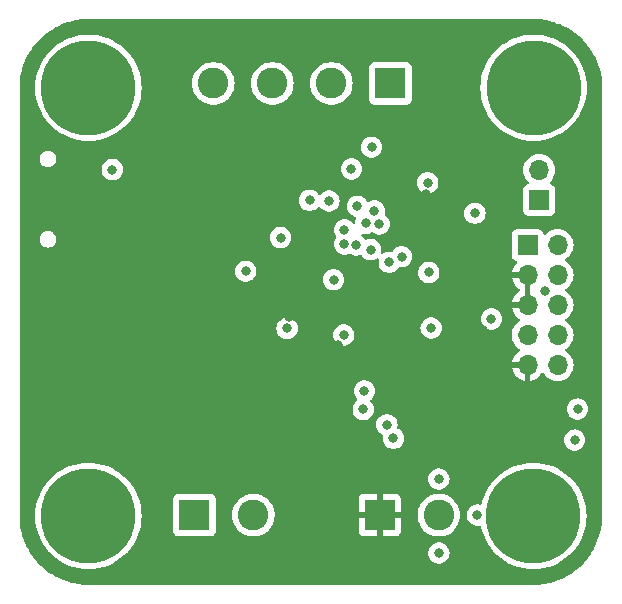
<source format=gbr>
%TF.GenerationSoftware,KiCad,Pcbnew,7.0.7*%
%TF.CreationDate,2024-03-24T23:16:09-05:00*%
%TF.ProjectId,lsm6dsoxCANEnabled,6c736d36-6473-46f7-9843-414e456e6162,rev?*%
%TF.SameCoordinates,Original*%
%TF.FileFunction,Copper,L2,Inr*%
%TF.FilePolarity,Positive*%
%FSLAX46Y46*%
G04 Gerber Fmt 4.6, Leading zero omitted, Abs format (unit mm)*
G04 Created by KiCad (PCBNEW 7.0.7) date 2024-03-24 23:16:09*
%MOMM*%
%LPD*%
G01*
G04 APERTURE LIST*
%TA.AperFunction,ComponentPad*%
%ADD10R,1.700000X1.700000*%
%TD*%
%TA.AperFunction,ComponentPad*%
%ADD11O,1.700000X1.700000*%
%TD*%
%TA.AperFunction,ComponentPad*%
%ADD12R,2.600000X2.600000*%
%TD*%
%TA.AperFunction,ComponentPad*%
%ADD13C,2.600000*%
%TD*%
%TA.AperFunction,ComponentPad*%
%ADD14C,0.900000*%
%TD*%
%TA.AperFunction,ComponentPad*%
%ADD15C,8.000000*%
%TD*%
%TA.AperFunction,ViaPad*%
%ADD16C,0.800000*%
%TD*%
G04 APERTURE END LIST*
D10*
%TO.N,+3.3V*%
%TO.C,J4*%
X97210000Y-38730000D03*
D11*
%TO.N,SYS_JTMS_SWDIO*%
X99750000Y-38730000D03*
%TO.N,GND*%
X97210000Y-41270000D03*
%TO.N,SYS_JTCK_SWCL*%
X99750000Y-41270000D03*
%TO.N,GND*%
X97210000Y-43810000D03*
%TO.N,SYS_JTDO_TRACESWO*%
X99750000Y-43810000D03*
%TO.N,+5V*%
X97210000Y-46350000D03*
%TO.N,unconnected-(J4-Pin_8-Pad8)*%
X99750000Y-46350000D03*
%TO.N,GND*%
X97210000Y-48890000D03*
%TO.N,NRST*%
X99750000Y-48890000D03*
%TD*%
D12*
%TO.N,GND*%
%TO.C,J3*%
X84700000Y-61600000D03*
D13*
%TO.N,+5V*%
X89700000Y-61600000D03*
%TD*%
D12*
%TO.N,GPIO1*%
%TO.C,J2*%
X69000000Y-61600000D03*
D13*
%TO.N,GPIO2*%
X74000000Y-61600000D03*
%TD*%
D14*
%TO.N,N/C*%
%TO.C,H2*%
X57028680Y-61671320D03*
X57907360Y-59550000D03*
X57907360Y-63792640D03*
X60028680Y-58671320D03*
D15*
X60028680Y-61671320D03*
D14*
X60028680Y-64671320D03*
X62150000Y-59550000D03*
X62150000Y-63792640D03*
X63028680Y-61671320D03*
%TD*%
%TO.N,N/C*%
%TO.C,H1*%
X57028680Y-25421320D03*
X57907360Y-23300000D03*
X57907360Y-27542640D03*
X60028680Y-22421320D03*
D15*
X60028680Y-25421320D03*
D14*
X60028680Y-28421320D03*
X62150000Y-23300000D03*
X62150000Y-27542640D03*
X63028680Y-25421320D03*
%TD*%
D12*
%TO.N,CAN_IN-*%
%TO.C,J5*%
X85600000Y-25045000D03*
D13*
%TO.N,CAN_IN+*%
X80600000Y-25045000D03*
X75600000Y-25045000D03*
%TO.N,CAN_IN-*%
X70600000Y-25045000D03*
%TD*%
D14*
%TO.N,N/C*%
%TO.C,H4*%
X94698680Y-61681320D03*
X95577360Y-59560000D03*
X95577360Y-63802640D03*
X97698680Y-58681320D03*
D15*
X97698680Y-61681320D03*
D14*
X97698680Y-64681320D03*
X99820000Y-59560000D03*
X99820000Y-63802640D03*
X100698680Y-61681320D03*
%TD*%
%TO.N,N/C*%
%TO.C,H3*%
X94718680Y-25421320D03*
X95597360Y-23300000D03*
X95597360Y-27542640D03*
X97718680Y-22421320D03*
D15*
X97718680Y-25421320D03*
D14*
X97718680Y-28421320D03*
X99840000Y-23300000D03*
X99840000Y-27542640D03*
X100718680Y-25421320D03*
%TD*%
D10*
%TO.N,CAN_IN+*%
%TO.C,J1*%
X98200000Y-34925000D03*
D11*
%TO.N,CAN_IN-*%
X98200000Y-32385000D03*
%TD*%
D16*
%TO.N,GND*%
X94700000Y-43450000D03*
%TO.N,+5V*%
X94150000Y-45000000D03*
%TO.N,GND*%
X85150000Y-48550000D03*
X84950000Y-50050000D03*
X93350000Y-49100000D03*
%TO.N,+3.3V*%
X85850000Y-55100000D03*
X85300000Y-53950000D03*
%TO.N,+5V*%
X89050000Y-45750000D03*
%TO.N,GND*%
X93400000Y-45900000D03*
%TO.N,NRST*%
X101200000Y-55250000D03*
X101450500Y-52626089D03*
%TO.N,GND*%
X79250000Y-51000000D03*
X79350000Y-52600000D03*
X95700000Y-42250000D03*
X88700000Y-35350000D03*
X71600000Y-41000000D03*
X84700000Y-58550000D03*
X58700000Y-44950000D03*
X88650000Y-34400000D03*
X70400000Y-43900000D03*
X84700000Y-64850000D03*
X80950000Y-61600000D03*
X81200000Y-47200000D03*
X99250000Y-52800000D03*
X65850000Y-50300000D03*
X64950000Y-46900000D03*
X77024982Y-44866761D03*
X86700000Y-31200000D03*
X55450000Y-48050000D03*
X87600000Y-42750000D03*
X97200000Y-50750000D03*
X68500000Y-40500000D03*
X61900000Y-37350000D03*
X85100000Y-31150000D03*
X77150000Y-34950000D03*
X91350000Y-35950000D03*
X55500000Y-56100000D03*
X77596017Y-39139222D03*
%TO.N,+5V*%
X92950000Y-61600000D03*
X92750000Y-36050000D03*
X89700000Y-58550000D03*
X89700000Y-64800000D03*
%TO.N,+3.3V*%
X78750000Y-34950000D03*
X82300000Y-32300000D03*
X81650000Y-46350000D03*
X80400000Y-35000000D03*
X84000000Y-30450000D03*
X83400000Y-51100000D03*
X85500000Y-40200000D03*
X76850000Y-45800000D03*
X62050000Y-32350000D03*
X83300000Y-52650000D03*
X76300000Y-38100000D03*
X73350000Y-40950000D03*
%TO.N,SYS_JTCK_SWCL*%
X83926793Y-39126793D03*
%TO.N,SYS_JTDO_TRACESWO*%
X98700000Y-42600000D03*
X88850000Y-41050000D03*
X80796892Y-41674305D03*
X86550000Y-39726293D03*
%TO.N,CS*%
X84650000Y-36950000D03*
X82800000Y-35450000D03*
%TO.N,INT1*%
X84250000Y-35850000D03*
X83500000Y-36900000D03*
X82700000Y-38750000D03*
X88760941Y-33457001D03*
%TO.N,INT2*%
X81700000Y-38662000D03*
X81700000Y-37463000D03*
%TD*%
%TA.AperFunction,Conductor*%
%TO.N,GND*%
G36*
X97387510Y-41769507D02*
G01*
X97440314Y-41815261D01*
X97459999Y-41882301D01*
X97460000Y-42420000D01*
X97459999Y-43197698D01*
X97440314Y-43264738D01*
X97387510Y-43310492D01*
X97318353Y-43320436D01*
X97245764Y-43310000D01*
X97245763Y-43310000D01*
X97174237Y-43310000D01*
X97174233Y-43310000D01*
X97101645Y-43320436D01*
X97032487Y-43310492D01*
X96979684Y-43264736D01*
X96960000Y-43197698D01*
X96960000Y-41882301D01*
X96979685Y-41815262D01*
X97032489Y-41769507D01*
X97101647Y-41759563D01*
X97174237Y-41770000D01*
X97174238Y-41770000D01*
X97245762Y-41770000D01*
X97245763Y-41770000D01*
X97318352Y-41759563D01*
X97387510Y-41769507D01*
G37*
%TD.AperFunction*%
%TA.AperFunction,Conductor*%
G36*
X97737411Y-19592140D02*
G01*
X97958434Y-19600890D01*
X98183163Y-19610256D01*
X98187863Y-19610633D01*
X98427894Y-19639261D01*
X98653179Y-19667560D01*
X98657540Y-19668270D01*
X98894173Y-19715708D01*
X99116877Y-19762771D01*
X99121010Y-19763795D01*
X99353030Y-19829757D01*
X99571400Y-19895294D01*
X99575121Y-19896543D01*
X99801251Y-19980661D01*
X99996533Y-20057501D01*
X100013561Y-20064201D01*
X100017002Y-20065677D01*
X100235776Y-20167409D01*
X100440619Y-20268434D01*
X100443647Y-20270035D01*
X100653761Y-20388783D01*
X100849621Y-20506583D01*
X100852315Y-20508299D01*
X101030340Y-20628415D01*
X101052481Y-20643354D01*
X101237966Y-20777120D01*
X101240309Y-20778895D01*
X101405425Y-20910434D01*
X101429250Y-20929414D01*
X101604088Y-21079114D01*
X101781607Y-21245098D01*
X101943380Y-21408826D01*
X102107224Y-21588329D01*
X102254803Y-21764938D01*
X102403050Y-21955682D01*
X102404816Y-21958070D01*
X102536319Y-22145111D01*
X102582767Y-22215767D01*
X102668951Y-22346870D01*
X102670654Y-22349613D01*
X102786087Y-22546862D01*
X102902293Y-22758367D01*
X102903878Y-22761453D01*
X102980655Y-22921959D01*
X103002436Y-22967493D01*
X103101530Y-23187464D01*
X103102964Y-23190923D01*
X103183964Y-23404259D01*
X103265328Y-23631294D01*
X103266556Y-23635104D01*
X103329470Y-23854250D01*
X103392628Y-24086998D01*
X103393602Y-24091146D01*
X103437996Y-24314432D01*
X103482576Y-24551554D01*
X103483249Y-24556024D01*
X103508854Y-24781748D01*
X103534574Y-25021887D01*
X103534900Y-25026654D01*
X103541572Y-25251610D01*
X103548180Y-25491314D01*
X103547622Y-25537726D01*
X103548150Y-25542786D01*
X103528180Y-61680855D01*
X103527852Y-61681967D01*
X103528079Y-61683810D01*
X103526512Y-61722766D01*
X103518307Y-61926665D01*
X103508740Y-62152971D01*
X103508344Y-62157816D01*
X103478323Y-62405461D01*
X103449601Y-62630416D01*
X103448851Y-62634947D01*
X103399383Y-62877651D01*
X103351322Y-63101328D01*
X103350265Y-63105527D01*
X103281647Y-63342823D01*
X103214573Y-63562523D01*
X103213258Y-63566372D01*
X103125924Y-63797053D01*
X103040292Y-64010843D01*
X103038770Y-64014331D01*
X102933248Y-64237116D01*
X102829685Y-64443222D01*
X102828004Y-64446341D01*
X102704941Y-64659901D01*
X102584169Y-64856759D01*
X102582380Y-64859509D01*
X102442553Y-65062497D01*
X102305436Y-65248616D01*
X102303587Y-65251002D01*
X102147864Y-65442152D01*
X101994464Y-65617193D01*
X101822864Y-65796282D01*
X101655211Y-65957727D01*
X101469767Y-66122458D01*
X101289086Y-66269132D01*
X101092184Y-66417545D01*
X101089731Y-66419302D01*
X100898578Y-66549299D01*
X100690448Y-66681378D01*
X100687632Y-66683062D01*
X100486349Y-66796329D01*
X100268326Y-66911235D01*
X100265146Y-66912797D01*
X100055279Y-67008515D01*
X99828645Y-67105570D01*
X99825102Y-67106960D01*
X99608270Y-67184454D01*
X99374449Y-67263030D01*
X99370553Y-67264198D01*
X99148442Y-67322948D01*
X98908766Y-67382559D01*
X98904530Y-67383457D01*
X98679189Y-67423049D01*
X98434807Y-67463326D01*
X98430250Y-67463904D01*
X98204367Y-67484123D01*
X97953217Y-67504994D01*
X97948889Y-67505202D01*
X97924276Y-67505523D01*
X97882456Y-67505627D01*
X97478856Y-67506633D01*
X97478855Y-67506633D01*
X97477825Y-67506636D01*
X97453715Y-67505768D01*
X97449021Y-67508263D01*
X97424008Y-67510805D01*
X60450692Y-67500932D01*
X60029180Y-67500820D01*
X60029164Y-67500820D01*
X60028069Y-67500498D01*
X60026247Y-67500724D01*
X59787139Y-67491328D01*
X59567865Y-67482258D01*
X59563138Y-67481881D01*
X59323763Y-67453548D01*
X59101427Y-67425832D01*
X59096999Y-67425117D01*
X58861382Y-67378250D01*
X58641069Y-67332054D01*
X58636962Y-67331045D01*
X58406015Y-67265911D01*
X58189808Y-67201543D01*
X58186039Y-67200288D01*
X57960985Y-67117261D01*
X57750528Y-67035140D01*
X57747108Y-67033686D01*
X57609674Y-66970329D01*
X57529288Y-66933270D01*
X57417361Y-66878552D01*
X57326083Y-66833928D01*
X57323019Y-66832323D01*
X57113770Y-66715139D01*
X56919227Y-66599217D01*
X56916534Y-66597516D01*
X56717024Y-66464207D01*
X56532654Y-66332570D01*
X56530297Y-66330801D01*
X56341764Y-66182173D01*
X56167750Y-66034791D01*
X55990405Y-65870855D01*
X55829144Y-65709594D01*
X55665208Y-65532249D01*
X55517826Y-65358235D01*
X55369197Y-65169701D01*
X55367445Y-65167367D01*
X55235792Y-64982975D01*
X55113531Y-64800000D01*
X55102475Y-64783453D01*
X55100794Y-64780792D01*
X54984885Y-64586272D01*
X54878538Y-64396376D01*
X54867675Y-64376979D01*
X54866085Y-64373946D01*
X54766733Y-64170719D01*
X54666309Y-63952883D01*
X54664869Y-63949496D01*
X54582743Y-63739028D01*
X54499705Y-63513944D01*
X54498462Y-63510212D01*
X54434085Y-63293974D01*
X54430351Y-63280736D01*
X54368951Y-63063031D01*
X54367944Y-63058929D01*
X54344658Y-62947876D01*
X54321760Y-62838673D01*
X54274878Y-62602984D01*
X54274166Y-62598571D01*
X54246451Y-62376236D01*
X54244192Y-62357150D01*
X54218114Y-62136829D01*
X54217741Y-62132156D01*
X54208671Y-61912860D01*
X54199180Y-61671320D01*
X55523373Y-61671320D01*
X55542592Y-62087017D01*
X55542592Y-62087022D01*
X55542593Y-62087027D01*
X55600083Y-62499165D01*
X55600085Y-62499173D01*
X55695359Y-62904253D01*
X55827609Y-63298834D01*
X55995690Y-63679497D01*
X55995700Y-63679518D01*
X56198186Y-64043051D01*
X56198189Y-64043055D01*
X56198191Y-64043059D01*
X56433367Y-64386374D01*
X56433369Y-64386376D01*
X56433376Y-64386386D01*
X56620512Y-64611744D01*
X56699218Y-64706526D01*
X56993474Y-65000782D01*
X56993485Y-65000791D01*
X57313613Y-65266623D01*
X57313619Y-65266627D01*
X57313626Y-65266633D01*
X57656941Y-65501809D01*
X57656947Y-65501812D01*
X57656948Y-65501813D01*
X58013660Y-65700500D01*
X58020492Y-65704305D01*
X58210833Y-65788349D01*
X58401165Y-65872390D01*
X58401168Y-65872391D01*
X58401175Y-65872394D01*
X58795744Y-66004640D01*
X59200832Y-66099916D01*
X59612983Y-66157408D01*
X60028680Y-66176627D01*
X60444377Y-66157408D01*
X60856528Y-66099916D01*
X61261616Y-66004640D01*
X61656185Y-65872394D01*
X62036868Y-65704305D01*
X62400419Y-65501809D01*
X62743734Y-65266633D01*
X63063886Y-65000782D01*
X63264668Y-64800000D01*
X88794540Y-64800000D01*
X88814326Y-64988256D01*
X88814327Y-64988259D01*
X88872818Y-65168277D01*
X88872821Y-65168284D01*
X88967467Y-65332216D01*
X88990895Y-65358235D01*
X89094129Y-65472888D01*
X89247265Y-65584148D01*
X89247270Y-65584151D01*
X89420192Y-65661142D01*
X89420197Y-65661144D01*
X89605354Y-65700500D01*
X89605355Y-65700500D01*
X89794644Y-65700500D01*
X89794646Y-65700500D01*
X89979803Y-65661144D01*
X90152730Y-65584151D01*
X90305871Y-65472888D01*
X90432533Y-65332216D01*
X90527179Y-65168284D01*
X90585674Y-64988256D01*
X90605460Y-64800000D01*
X90585674Y-64611744D01*
X90527179Y-64431716D01*
X90432533Y-64267784D01*
X90305871Y-64127112D01*
X90288094Y-64114196D01*
X90152734Y-64015851D01*
X90152729Y-64015848D01*
X89979807Y-63938857D01*
X89979802Y-63938855D01*
X89807207Y-63902170D01*
X89794646Y-63899500D01*
X89605354Y-63899500D01*
X89592793Y-63902170D01*
X89420197Y-63938855D01*
X89420192Y-63938857D01*
X89247270Y-64015848D01*
X89247265Y-64015851D01*
X89094129Y-64127111D01*
X88967466Y-64267785D01*
X88872821Y-64431715D01*
X88872818Y-64431722D01*
X88843349Y-64522420D01*
X88814326Y-64611744D01*
X88794540Y-64800000D01*
X63264668Y-64800000D01*
X63358142Y-64706526D01*
X63623993Y-64386374D01*
X63859169Y-64043059D01*
X64061665Y-63679508D01*
X64229754Y-63298825D01*
X64347382Y-62947870D01*
X67199500Y-62947870D01*
X67199501Y-62947876D01*
X67205908Y-63007483D01*
X67256202Y-63142328D01*
X67256206Y-63142335D01*
X67342452Y-63257544D01*
X67342455Y-63257547D01*
X67457664Y-63343793D01*
X67457671Y-63343797D01*
X67592517Y-63394091D01*
X67592516Y-63394091D01*
X67599444Y-63394835D01*
X67652127Y-63400500D01*
X70347872Y-63400499D01*
X70407483Y-63394091D01*
X70542331Y-63343796D01*
X70657546Y-63257546D01*
X70743796Y-63142331D01*
X70794091Y-63007483D01*
X70800500Y-62947873D01*
X70800500Y-61600004D01*
X72194451Y-61600004D01*
X72214616Y-61869101D01*
X72274664Y-62132188D01*
X72274666Y-62132195D01*
X72365735Y-62364234D01*
X72373257Y-62383398D01*
X72508185Y-62617102D01*
X72644080Y-62787509D01*
X72676442Y-62828089D01*
X72863183Y-63001358D01*
X72874259Y-63011635D01*
X73097226Y-63163651D01*
X73340359Y-63280738D01*
X73598228Y-63360280D01*
X73598229Y-63360280D01*
X73598232Y-63360281D01*
X73865063Y-63400499D01*
X73865068Y-63400499D01*
X73865071Y-63400500D01*
X73865072Y-63400500D01*
X74134928Y-63400500D01*
X74134929Y-63400500D01*
X74134936Y-63400499D01*
X74401767Y-63360281D01*
X74401768Y-63360280D01*
X74401772Y-63360280D01*
X74659641Y-63280738D01*
X74902775Y-63163651D01*
X75125741Y-63011635D01*
X75194491Y-62947844D01*
X82900000Y-62947844D01*
X82906401Y-63007372D01*
X82906403Y-63007379D01*
X82956645Y-63142086D01*
X82956649Y-63142093D01*
X83042809Y-63257187D01*
X83042812Y-63257190D01*
X83157906Y-63343350D01*
X83157913Y-63343354D01*
X83292620Y-63393596D01*
X83292627Y-63393598D01*
X83352155Y-63399999D01*
X83352172Y-63400000D01*
X84450000Y-63400000D01*
X84450000Y-62366753D01*
X84469685Y-62299714D01*
X84522489Y-62253959D01*
X84591647Y-62244015D01*
X84604816Y-62246644D01*
X84617886Y-62250000D01*
X84617890Y-62250000D01*
X84740892Y-62250000D01*
X84740894Y-62250000D01*
X84740899Y-62249999D01*
X84740903Y-62249999D01*
X84788270Y-62244015D01*
X84810458Y-62241212D01*
X84879436Y-62252338D01*
X84931448Y-62298991D01*
X84950000Y-62364234D01*
X84950000Y-63400000D01*
X86047828Y-63400000D01*
X86047844Y-63399999D01*
X86107372Y-63393598D01*
X86107379Y-63393596D01*
X86242086Y-63343354D01*
X86242093Y-63343350D01*
X86357187Y-63257190D01*
X86357190Y-63257187D01*
X86443350Y-63142093D01*
X86443354Y-63142086D01*
X86493596Y-63007379D01*
X86493598Y-63007372D01*
X86499999Y-62947844D01*
X86500000Y-62947827D01*
X86500000Y-61850000D01*
X85463921Y-61850000D01*
X85396882Y-61830315D01*
X85351127Y-61777511D01*
X85341183Y-61708353D01*
X85342117Y-61702766D01*
X85342659Y-61699919D01*
X85353873Y-61641138D01*
X85351285Y-61600004D01*
X87894451Y-61600004D01*
X87914616Y-61869101D01*
X87974664Y-62132188D01*
X87974666Y-62132195D01*
X88065735Y-62364234D01*
X88073257Y-62383398D01*
X88208185Y-62617102D01*
X88344080Y-62787509D01*
X88376442Y-62828089D01*
X88563183Y-63001358D01*
X88574259Y-63011635D01*
X88797226Y-63163651D01*
X89040359Y-63280738D01*
X89298228Y-63360280D01*
X89298229Y-63360280D01*
X89298232Y-63360281D01*
X89565063Y-63400499D01*
X89565068Y-63400499D01*
X89565071Y-63400500D01*
X89565072Y-63400500D01*
X89834928Y-63400500D01*
X89834929Y-63400500D01*
X89834936Y-63400499D01*
X90101767Y-63360281D01*
X90101768Y-63360280D01*
X90101772Y-63360280D01*
X90359641Y-63280738D01*
X90602775Y-63163651D01*
X90825741Y-63011635D01*
X91023561Y-62828085D01*
X91191815Y-62617102D01*
X91326743Y-62383398D01*
X91425334Y-62132195D01*
X91485383Y-61869103D01*
X91499493Y-61680820D01*
X91505549Y-61600004D01*
X91505549Y-61600000D01*
X92044540Y-61600000D01*
X92064326Y-61788256D01*
X92064327Y-61788259D01*
X92122818Y-61968277D01*
X92122821Y-61968284D01*
X92217467Y-62132216D01*
X92325626Y-62252338D01*
X92344129Y-62272888D01*
X92497265Y-62384148D01*
X92497270Y-62384151D01*
X92670192Y-62461142D01*
X92670197Y-62461144D01*
X92855354Y-62500500D01*
X92855355Y-62500500D01*
X93044644Y-62500500D01*
X93044646Y-62500500D01*
X93138706Y-62480507D01*
X93208372Y-62485823D01*
X93264106Y-62527960D01*
X93285192Y-62573407D01*
X93365359Y-62914253D01*
X93497609Y-63308834D01*
X93665690Y-63689497D01*
X93665700Y-63689518D01*
X93868186Y-64053051D01*
X93868189Y-64053055D01*
X93868191Y-64053059D01*
X94103367Y-64396374D01*
X94103369Y-64396376D01*
X94103376Y-64396386D01*
X94282208Y-64611744D01*
X94369218Y-64716526D01*
X94663474Y-65010782D01*
X94663485Y-65010791D01*
X94983613Y-65276623D01*
X94983619Y-65276627D01*
X94983626Y-65276633D01*
X95326941Y-65511809D01*
X95326947Y-65511812D01*
X95326948Y-65511813D01*
X95672545Y-65704309D01*
X95690492Y-65714305D01*
X95699744Y-65718390D01*
X96071165Y-65882390D01*
X96071168Y-65882391D01*
X96071175Y-65882394D01*
X96465744Y-66014640D01*
X96870832Y-66109916D01*
X97282983Y-66167408D01*
X97698680Y-66186627D01*
X98114377Y-66167408D01*
X98526528Y-66109916D01*
X98931616Y-66014640D01*
X99326185Y-65882394D01*
X99706868Y-65714305D01*
X100070419Y-65511809D01*
X100413734Y-65276633D01*
X100733886Y-65010782D01*
X101028142Y-64716526D01*
X101293993Y-64396374D01*
X101529169Y-64053059D01*
X101731665Y-63689508D01*
X101899754Y-63308825D01*
X102032000Y-62914256D01*
X102127276Y-62509168D01*
X102184768Y-62097017D01*
X102203987Y-61681320D01*
X102184768Y-61265623D01*
X102127276Y-60853472D01*
X102032000Y-60448384D01*
X101899754Y-60053815D01*
X101895334Y-60043805D01*
X101731669Y-59673142D01*
X101731665Y-59673132D01*
X101529169Y-59309581D01*
X101293993Y-58966266D01*
X101293987Y-58966259D01*
X101293983Y-58966253D01*
X101028151Y-58646125D01*
X101028142Y-58646114D01*
X100733886Y-58351858D01*
X100721853Y-58341866D01*
X100413746Y-58086016D01*
X100413736Y-58086009D01*
X100413734Y-58086007D01*
X100070419Y-57850831D01*
X100070415Y-57850829D01*
X100070411Y-57850826D01*
X99706878Y-57648340D01*
X99706857Y-57648330D01*
X99326194Y-57480249D01*
X98931613Y-57347999D01*
X98526533Y-57252725D01*
X98526525Y-57252723D01*
X98114387Y-57195233D01*
X98114382Y-57195232D01*
X98114377Y-57195232D01*
X97698680Y-57176013D01*
X97282983Y-57195232D01*
X97282977Y-57195232D01*
X97282972Y-57195233D01*
X96870834Y-57252723D01*
X96870826Y-57252725D01*
X96465746Y-57347999D01*
X96071165Y-57480249D01*
X95690502Y-57648330D01*
X95690481Y-57648340D01*
X95326948Y-57850826D01*
X95326942Y-57850830D01*
X94983623Y-58086009D01*
X94983613Y-58086016D01*
X94663485Y-58351848D01*
X94663465Y-58351866D01*
X94369226Y-58646105D01*
X94369208Y-58646125D01*
X94103376Y-58966253D01*
X94103369Y-58966263D01*
X93868190Y-59309582D01*
X93868186Y-59309588D01*
X93665700Y-59673121D01*
X93665690Y-59673142D01*
X93497609Y-60053805D01*
X93365360Y-60448384D01*
X93321623Y-60634337D01*
X93287112Y-60695088D01*
X93225235Y-60727538D01*
X93175137Y-60727236D01*
X93044646Y-60699500D01*
X92855354Y-60699500D01*
X92822897Y-60706398D01*
X92670197Y-60738855D01*
X92670192Y-60738857D01*
X92497270Y-60815848D01*
X92497265Y-60815851D01*
X92344129Y-60927111D01*
X92217466Y-61067785D01*
X92122821Y-61231715D01*
X92122818Y-61231722D01*
X92068940Y-61397543D01*
X92064326Y-61411744D01*
X92044540Y-61600000D01*
X91505549Y-61600000D01*
X91505549Y-61599995D01*
X91487913Y-61364663D01*
X91485383Y-61330897D01*
X91425334Y-61067805D01*
X91326743Y-60816602D01*
X91191815Y-60582898D01*
X91023561Y-60371915D01*
X91023560Y-60371914D01*
X91023557Y-60371910D01*
X90825741Y-60188365D01*
X90602775Y-60036349D01*
X90602769Y-60036346D01*
X90602768Y-60036345D01*
X90602767Y-60036344D01*
X90359643Y-59919263D01*
X90359645Y-59919263D01*
X90101773Y-59839720D01*
X90101767Y-59839718D01*
X89834936Y-59799500D01*
X89834929Y-59799500D01*
X89565071Y-59799500D01*
X89565063Y-59799500D01*
X89298232Y-59839718D01*
X89298226Y-59839720D01*
X89040358Y-59919262D01*
X88797230Y-60036346D01*
X88574258Y-60188365D01*
X88376442Y-60371910D01*
X88208185Y-60582898D01*
X88073258Y-60816599D01*
X88073256Y-60816603D01*
X87974666Y-61067804D01*
X87974664Y-61067811D01*
X87914616Y-61330898D01*
X87894451Y-61599995D01*
X87894451Y-61600004D01*
X85351285Y-61600004D01*
X85343847Y-61481784D01*
X85359283Y-61413643D01*
X85409109Y-61364663D01*
X85467602Y-61350000D01*
X86500000Y-61350000D01*
X86500000Y-60252172D01*
X86499999Y-60252155D01*
X86493598Y-60192627D01*
X86493596Y-60192620D01*
X86443354Y-60057913D01*
X86443350Y-60057906D01*
X86357190Y-59942812D01*
X86357187Y-59942809D01*
X86242093Y-59856649D01*
X86242086Y-59856645D01*
X86107379Y-59806403D01*
X86107372Y-59806401D01*
X86047844Y-59800000D01*
X84950000Y-59800000D01*
X84950000Y-60833246D01*
X84930315Y-60900285D01*
X84877511Y-60946040D01*
X84808353Y-60955984D01*
X84795165Y-60953351D01*
X84782115Y-60950000D01*
X84782114Y-60950000D01*
X84659106Y-60950000D01*
X84659094Y-60950000D01*
X84589541Y-60958787D01*
X84520563Y-60947660D01*
X84468551Y-60901006D01*
X84450000Y-60835765D01*
X84450000Y-59800000D01*
X83352155Y-59800000D01*
X83292627Y-59806401D01*
X83292620Y-59806403D01*
X83157913Y-59856645D01*
X83157906Y-59856649D01*
X83042812Y-59942809D01*
X83042809Y-59942812D01*
X82956649Y-60057906D01*
X82956645Y-60057913D01*
X82906403Y-60192620D01*
X82906401Y-60192627D01*
X82900000Y-60252155D01*
X82900000Y-61350000D01*
X83936079Y-61350000D01*
X84003118Y-61369685D01*
X84048873Y-61422489D01*
X84058817Y-61491647D01*
X84057883Y-61497234D01*
X84046127Y-61558862D01*
X84055532Y-61708353D01*
X84056153Y-61718214D01*
X84040717Y-61786357D01*
X83990891Y-61835337D01*
X83932398Y-61850000D01*
X82900000Y-61850000D01*
X82900000Y-62947844D01*
X75194491Y-62947844D01*
X75323561Y-62828085D01*
X75491815Y-62617102D01*
X75626743Y-62383398D01*
X75725334Y-62132195D01*
X75785383Y-61869103D01*
X75799493Y-61680820D01*
X75805549Y-61600004D01*
X75805549Y-61599995D01*
X75787913Y-61364663D01*
X75785383Y-61330897D01*
X75725334Y-61067805D01*
X75626743Y-60816602D01*
X75491815Y-60582898D01*
X75323561Y-60371915D01*
X75323560Y-60371914D01*
X75323557Y-60371910D01*
X75125741Y-60188365D01*
X74902775Y-60036349D01*
X74902769Y-60036346D01*
X74902768Y-60036345D01*
X74902767Y-60036344D01*
X74659643Y-59919263D01*
X74659645Y-59919263D01*
X74401773Y-59839720D01*
X74401767Y-59839718D01*
X74134936Y-59799500D01*
X74134929Y-59799500D01*
X73865071Y-59799500D01*
X73865063Y-59799500D01*
X73598232Y-59839718D01*
X73598226Y-59839720D01*
X73340358Y-59919262D01*
X73097230Y-60036346D01*
X72874258Y-60188365D01*
X72676442Y-60371910D01*
X72508185Y-60582898D01*
X72373258Y-60816599D01*
X72373256Y-60816603D01*
X72274666Y-61067804D01*
X72274664Y-61067811D01*
X72214616Y-61330898D01*
X72194451Y-61599995D01*
X72194451Y-61600004D01*
X70800500Y-61600004D01*
X70800499Y-60252128D01*
X70794091Y-60192517D01*
X70792542Y-60188365D01*
X70743797Y-60057671D01*
X70743793Y-60057664D01*
X70657547Y-59942455D01*
X70657544Y-59942452D01*
X70542335Y-59856206D01*
X70542328Y-59856202D01*
X70407482Y-59805908D01*
X70407483Y-59805908D01*
X70347883Y-59799501D01*
X70347881Y-59799500D01*
X70347873Y-59799500D01*
X70347864Y-59799500D01*
X67652129Y-59799500D01*
X67652123Y-59799501D01*
X67592516Y-59805908D01*
X67457671Y-59856202D01*
X67457664Y-59856206D01*
X67342455Y-59942452D01*
X67342452Y-59942455D01*
X67256206Y-60057664D01*
X67256202Y-60057671D01*
X67205908Y-60192517D01*
X67199501Y-60252116D01*
X67199501Y-60252123D01*
X67199500Y-60252135D01*
X67199500Y-62947870D01*
X64347382Y-62947870D01*
X64362000Y-62904256D01*
X64457276Y-62499168D01*
X64514768Y-62087017D01*
X64533987Y-61671320D01*
X64514768Y-61255623D01*
X64457276Y-60843472D01*
X64362000Y-60438384D01*
X64229754Y-60043815D01*
X64226457Y-60036349D01*
X64124925Y-59806401D01*
X64061665Y-59663132D01*
X63859169Y-59299581D01*
X63623993Y-58956266D01*
X63623987Y-58956259D01*
X63623983Y-58956253D01*
X63358151Y-58636125D01*
X63358142Y-58636114D01*
X63272028Y-58550000D01*
X88794540Y-58550000D01*
X88814326Y-58738256D01*
X88814327Y-58738259D01*
X88872818Y-58918277D01*
X88872821Y-58918284D01*
X88967467Y-59082216D01*
X89094128Y-59222888D01*
X89094129Y-59222888D01*
X89247265Y-59334148D01*
X89247270Y-59334151D01*
X89420192Y-59411142D01*
X89420197Y-59411144D01*
X89605354Y-59450500D01*
X89605355Y-59450500D01*
X89794644Y-59450500D01*
X89794646Y-59450500D01*
X89979803Y-59411144D01*
X90152730Y-59334151D01*
X90305871Y-59222888D01*
X90432533Y-59082216D01*
X90527179Y-58918284D01*
X90585674Y-58738256D01*
X90605460Y-58550000D01*
X90585674Y-58361744D01*
X90527179Y-58181716D01*
X90432533Y-58017784D01*
X90305871Y-57877112D01*
X90305870Y-57877111D01*
X90152734Y-57765851D01*
X90152729Y-57765848D01*
X89979807Y-57688857D01*
X89979802Y-57688855D01*
X89834001Y-57657865D01*
X89794646Y-57649500D01*
X89605354Y-57649500D01*
X89572897Y-57656398D01*
X89420197Y-57688855D01*
X89420192Y-57688857D01*
X89247270Y-57765848D01*
X89247265Y-57765851D01*
X89094129Y-57877111D01*
X88967466Y-58017785D01*
X88872821Y-58181715D01*
X88872818Y-58181722D01*
X88814327Y-58361740D01*
X88814326Y-58361744D01*
X88794540Y-58550000D01*
X63272028Y-58550000D01*
X63063886Y-58341858D01*
X62871042Y-58181722D01*
X62743746Y-58076016D01*
X62743736Y-58076009D01*
X62743734Y-58076007D01*
X62400419Y-57840831D01*
X62400415Y-57840829D01*
X62400411Y-57840826D01*
X62036878Y-57638340D01*
X62036857Y-57638330D01*
X61656194Y-57470249D01*
X61261613Y-57337999D01*
X60856533Y-57242725D01*
X60856525Y-57242723D01*
X60444387Y-57185233D01*
X60444382Y-57185232D01*
X60444377Y-57185232D01*
X60028680Y-57166013D01*
X59612983Y-57185232D01*
X59612977Y-57185232D01*
X59612972Y-57185233D01*
X59200834Y-57242723D01*
X59200826Y-57242725D01*
X58795746Y-57337999D01*
X58401165Y-57470249D01*
X58020502Y-57638330D01*
X58020481Y-57638340D01*
X57656948Y-57840826D01*
X57656942Y-57840830D01*
X57313623Y-58076009D01*
X57313613Y-58076016D01*
X56993485Y-58341848D01*
X56993465Y-58341866D01*
X56699226Y-58636105D01*
X56699208Y-58636125D01*
X56433376Y-58956253D01*
X56433369Y-58956263D01*
X56198190Y-59299582D01*
X56198186Y-59299588D01*
X55995700Y-59663121D01*
X55995690Y-59663142D01*
X55827609Y-60043805D01*
X55695359Y-60438386D01*
X55600085Y-60843466D01*
X55600083Y-60843474D01*
X55542593Y-61255612D01*
X55542592Y-61255617D01*
X55542592Y-61255623D01*
X55523373Y-61671320D01*
X54199180Y-61671320D01*
X54199180Y-53950000D01*
X84394540Y-53950000D01*
X84414326Y-54138256D01*
X84414327Y-54138259D01*
X84472818Y-54318277D01*
X84472821Y-54318284D01*
X84567467Y-54482216D01*
X84644513Y-54567784D01*
X84694129Y-54622888D01*
X84847265Y-54734148D01*
X84847267Y-54734149D01*
X84847270Y-54734151D01*
X84897947Y-54756714D01*
X84951182Y-54801962D01*
X84971504Y-54868811D01*
X84965445Y-54908298D01*
X84964328Y-54911735D01*
X84964327Y-54911740D01*
X84964326Y-54911744D01*
X84944540Y-55100000D01*
X84964326Y-55288256D01*
X84964327Y-55288259D01*
X85022818Y-55468277D01*
X85022821Y-55468284D01*
X85117467Y-55632216D01*
X85244128Y-55772887D01*
X85244129Y-55772888D01*
X85397265Y-55884148D01*
X85397270Y-55884151D01*
X85570192Y-55961142D01*
X85570197Y-55961144D01*
X85755354Y-56000500D01*
X85755355Y-56000500D01*
X85944644Y-56000500D01*
X85944646Y-56000500D01*
X86129803Y-55961144D01*
X86302730Y-55884151D01*
X86455871Y-55772888D01*
X86582533Y-55632216D01*
X86677179Y-55468284D01*
X86735674Y-55288256D01*
X86739695Y-55250000D01*
X100294540Y-55250000D01*
X100314326Y-55438256D01*
X100314327Y-55438259D01*
X100372818Y-55618277D01*
X100372821Y-55618284D01*
X100467467Y-55782216D01*
X100559247Y-55884148D01*
X100594129Y-55922888D01*
X100747265Y-56034148D01*
X100747270Y-56034151D01*
X100920192Y-56111142D01*
X100920197Y-56111144D01*
X101105354Y-56150500D01*
X101105355Y-56150500D01*
X101294644Y-56150500D01*
X101294646Y-56150500D01*
X101479803Y-56111144D01*
X101652730Y-56034151D01*
X101805871Y-55922888D01*
X101932533Y-55782216D01*
X102027179Y-55618284D01*
X102085674Y-55438256D01*
X102105460Y-55250000D01*
X102085674Y-55061744D01*
X102027179Y-54881716D01*
X101932533Y-54717784D01*
X101805871Y-54577112D01*
X101805870Y-54577111D01*
X101652734Y-54465851D01*
X101652729Y-54465848D01*
X101479807Y-54388857D01*
X101479802Y-54388855D01*
X101334001Y-54357865D01*
X101294646Y-54349500D01*
X101105354Y-54349500D01*
X101072897Y-54356398D01*
X100920197Y-54388855D01*
X100920192Y-54388857D01*
X100747270Y-54465848D01*
X100747265Y-54465851D01*
X100594129Y-54577111D01*
X100467466Y-54717785D01*
X100372821Y-54881715D01*
X100372818Y-54881722D01*
X100314327Y-55061740D01*
X100314326Y-55061744D01*
X100294540Y-55250000D01*
X86739695Y-55250000D01*
X86755460Y-55100000D01*
X86735674Y-54911744D01*
X86677179Y-54731716D01*
X86582533Y-54567784D01*
X86455871Y-54427112D01*
X86455870Y-54427111D01*
X86302732Y-54315849D01*
X86252052Y-54293285D01*
X86198816Y-54248034D01*
X86178495Y-54181185D01*
X86184560Y-54141684D01*
X86185674Y-54138256D01*
X86205460Y-53950000D01*
X86185674Y-53761744D01*
X86127179Y-53581716D01*
X86032533Y-53417784D01*
X85905871Y-53277112D01*
X85905870Y-53277111D01*
X85752734Y-53165851D01*
X85752729Y-53165848D01*
X85579807Y-53088857D01*
X85579802Y-53088855D01*
X85434001Y-53057865D01*
X85394646Y-53049500D01*
X85205354Y-53049500D01*
X85172897Y-53056398D01*
X85020197Y-53088855D01*
X85020192Y-53088857D01*
X84847270Y-53165848D01*
X84847265Y-53165851D01*
X84694129Y-53277111D01*
X84567466Y-53417785D01*
X84472821Y-53581715D01*
X84472818Y-53581722D01*
X84414327Y-53761740D01*
X84414326Y-53761744D01*
X84394540Y-53950000D01*
X54199180Y-53950000D01*
X54199180Y-52650000D01*
X82394540Y-52650000D01*
X82414326Y-52838256D01*
X82414327Y-52838259D01*
X82472818Y-53018277D01*
X82472821Y-53018284D01*
X82567467Y-53182216D01*
X82694129Y-53322888D01*
X82847265Y-53434148D01*
X82847270Y-53434151D01*
X83020192Y-53511142D01*
X83020197Y-53511144D01*
X83205354Y-53550500D01*
X83205355Y-53550500D01*
X83394644Y-53550500D01*
X83394646Y-53550500D01*
X83579803Y-53511144D01*
X83752730Y-53434151D01*
X83905871Y-53322888D01*
X84032533Y-53182216D01*
X84127179Y-53018284D01*
X84185674Y-52838256D01*
X84205460Y-52650000D01*
X84202947Y-52626089D01*
X100545040Y-52626089D01*
X100564826Y-52814345D01*
X100564827Y-52814348D01*
X100623318Y-52994366D01*
X100623321Y-52994373D01*
X100717967Y-53158305D01*
X100739495Y-53182214D01*
X100844629Y-53298977D01*
X100997765Y-53410237D01*
X100997770Y-53410240D01*
X101170692Y-53487231D01*
X101170697Y-53487233D01*
X101355854Y-53526589D01*
X101355855Y-53526589D01*
X101545144Y-53526589D01*
X101545146Y-53526589D01*
X101730303Y-53487233D01*
X101903230Y-53410240D01*
X102056371Y-53298977D01*
X102183033Y-53158305D01*
X102277679Y-52994373D01*
X102336174Y-52814345D01*
X102355960Y-52626089D01*
X102336174Y-52437833D01*
X102277679Y-52257805D01*
X102183033Y-52093873D01*
X102056371Y-51953201D01*
X102033969Y-51936925D01*
X101903234Y-51841940D01*
X101903229Y-51841937D01*
X101730307Y-51764946D01*
X101730302Y-51764944D01*
X101584500Y-51733954D01*
X101545146Y-51725589D01*
X101355854Y-51725589D01*
X101323397Y-51732487D01*
X101170697Y-51764944D01*
X101170692Y-51764946D01*
X100997770Y-51841937D01*
X100997765Y-51841940D01*
X100844629Y-51953200D01*
X100717966Y-52093874D01*
X100623321Y-52257804D01*
X100623318Y-52257811D01*
X100564827Y-52437829D01*
X100564826Y-52437833D01*
X100545040Y-52626089D01*
X84202947Y-52626089D01*
X84185674Y-52461744D01*
X84127179Y-52281716D01*
X84032533Y-52117784D01*
X83926404Y-51999916D01*
X83896174Y-51936925D01*
X83904799Y-51867589D01*
X83945667Y-51816628D01*
X84005871Y-51772888D01*
X84132533Y-51632216D01*
X84227179Y-51468284D01*
X84285674Y-51288256D01*
X84305460Y-51100000D01*
X84285674Y-50911744D01*
X84227179Y-50731716D01*
X84132533Y-50567784D01*
X84005871Y-50427112D01*
X84005870Y-50427111D01*
X83852734Y-50315851D01*
X83852729Y-50315848D01*
X83679807Y-50238857D01*
X83679802Y-50238855D01*
X83534001Y-50207865D01*
X83494646Y-50199500D01*
X83305354Y-50199500D01*
X83272897Y-50206398D01*
X83120197Y-50238855D01*
X83120192Y-50238857D01*
X82947270Y-50315848D01*
X82947265Y-50315851D01*
X82794129Y-50427111D01*
X82667466Y-50567785D01*
X82572821Y-50731715D01*
X82572818Y-50731722D01*
X82514327Y-50911740D01*
X82514326Y-50911744D01*
X82494540Y-51100000D01*
X82514326Y-51288256D01*
X82514327Y-51288259D01*
X82572818Y-51468277D01*
X82572821Y-51468284D01*
X82667467Y-51632216D01*
X82750152Y-51724047D01*
X82773595Y-51750083D01*
X82803825Y-51813074D01*
X82795200Y-51882410D01*
X82754331Y-51933373D01*
X82694127Y-51977113D01*
X82567466Y-52117785D01*
X82472821Y-52281715D01*
X82472818Y-52281722D01*
X82422095Y-52437833D01*
X82414326Y-52461744D01*
X82394540Y-52650000D01*
X54199180Y-52650000D01*
X54199180Y-45800000D01*
X75944540Y-45800000D01*
X75964326Y-45988256D01*
X75964327Y-45988259D01*
X76022818Y-46168277D01*
X76022821Y-46168284D01*
X76117467Y-46332216D01*
X76199109Y-46422888D01*
X76244129Y-46472888D01*
X76397265Y-46584148D01*
X76397270Y-46584151D01*
X76570192Y-46661142D01*
X76570197Y-46661144D01*
X76755354Y-46700500D01*
X76755355Y-46700500D01*
X76944644Y-46700500D01*
X76944646Y-46700500D01*
X77129803Y-46661144D01*
X77302730Y-46584151D01*
X77455871Y-46472888D01*
X77566520Y-46350000D01*
X80744540Y-46350000D01*
X80764326Y-46538256D01*
X80764327Y-46538259D01*
X80822818Y-46718277D01*
X80822821Y-46718284D01*
X80917467Y-46882216D01*
X81010035Y-46985023D01*
X81044129Y-47022888D01*
X81197265Y-47134148D01*
X81197270Y-47134151D01*
X81370192Y-47211142D01*
X81370197Y-47211144D01*
X81555354Y-47250500D01*
X81555355Y-47250500D01*
X81744644Y-47250500D01*
X81744646Y-47250500D01*
X81929803Y-47211144D01*
X82102730Y-47134151D01*
X82255871Y-47022888D01*
X82382533Y-46882216D01*
X82477179Y-46718284D01*
X82535674Y-46538256D01*
X82555460Y-46350000D01*
X82535674Y-46161744D01*
X82477179Y-45981716D01*
X82382533Y-45817784D01*
X82321500Y-45750000D01*
X88144540Y-45750000D01*
X88164326Y-45938256D01*
X88164327Y-45938259D01*
X88222818Y-46118277D01*
X88222821Y-46118284D01*
X88317467Y-46282216D01*
X88444128Y-46422888D01*
X88444129Y-46422888D01*
X88597265Y-46534148D01*
X88597270Y-46534151D01*
X88770192Y-46611142D01*
X88770197Y-46611144D01*
X88955354Y-46650500D01*
X88955355Y-46650500D01*
X89144644Y-46650500D01*
X89144646Y-46650500D01*
X89329803Y-46611144D01*
X89502730Y-46534151D01*
X89655871Y-46422888D01*
X89721500Y-46350000D01*
X95854341Y-46350000D01*
X95874936Y-46585403D01*
X95874938Y-46585413D01*
X95936094Y-46813655D01*
X95936096Y-46813659D01*
X95936097Y-46813663D01*
X95940000Y-46822032D01*
X96035965Y-47027830D01*
X96035967Y-47027834D01*
X96110412Y-47134151D01*
X96171501Y-47221396D01*
X96171506Y-47221402D01*
X96338597Y-47388493D01*
X96338603Y-47388498D01*
X96524594Y-47518730D01*
X96568219Y-47573307D01*
X96575413Y-47642805D01*
X96543890Y-47705160D01*
X96524595Y-47721880D01*
X96338922Y-47851890D01*
X96338920Y-47851891D01*
X96171891Y-48018920D01*
X96171886Y-48018926D01*
X96036400Y-48212420D01*
X96036399Y-48212422D01*
X95936570Y-48426507D01*
X95936567Y-48426513D01*
X95879364Y-48639999D01*
X95879364Y-48640000D01*
X96596653Y-48640000D01*
X96663692Y-48659685D01*
X96709447Y-48712489D01*
X96719391Y-48781647D01*
X96715631Y-48798933D01*
X96710000Y-48818111D01*
X96710000Y-48961888D01*
X96715631Y-48981067D01*
X96715630Y-49050936D01*
X96677855Y-49109714D01*
X96614299Y-49138738D01*
X96596653Y-49140000D01*
X95879364Y-49140000D01*
X95936567Y-49353486D01*
X95936570Y-49353492D01*
X96036399Y-49567578D01*
X96171894Y-49761082D01*
X96338917Y-49928105D01*
X96532421Y-50063600D01*
X96746507Y-50163429D01*
X96746516Y-50163433D01*
X96960000Y-50220634D01*
X96960000Y-49502301D01*
X96979685Y-49435262D01*
X97032489Y-49389507D01*
X97101647Y-49379563D01*
X97174237Y-49390000D01*
X97174238Y-49390000D01*
X97245762Y-49390000D01*
X97245763Y-49390000D01*
X97318352Y-49379563D01*
X97387510Y-49389507D01*
X97440314Y-49435261D01*
X97459999Y-49502301D01*
X97459999Y-50220634D01*
X97673483Y-50163433D01*
X97673492Y-50163429D01*
X97887578Y-50063600D01*
X98081082Y-49928105D01*
X98248105Y-49761082D01*
X98378119Y-49575405D01*
X98432696Y-49531781D01*
X98502195Y-49524588D01*
X98564549Y-49556110D01*
X98581269Y-49575405D01*
X98711505Y-49761401D01*
X98878599Y-49928495D01*
X98975384Y-49996265D01*
X99072165Y-50064032D01*
X99072167Y-50064033D01*
X99072170Y-50064035D01*
X99286337Y-50163903D01*
X99514592Y-50225063D01*
X99672255Y-50238857D01*
X99749999Y-50245659D01*
X99750000Y-50245659D01*
X99750001Y-50245659D01*
X99789234Y-50242226D01*
X99985408Y-50225063D01*
X100213663Y-50163903D01*
X100427830Y-50064035D01*
X100621401Y-49928495D01*
X100788495Y-49761401D01*
X100924035Y-49567830D01*
X101023903Y-49353663D01*
X101085063Y-49125408D01*
X101105659Y-48890000D01*
X101085063Y-48654592D01*
X101023903Y-48426337D01*
X100924035Y-48212171D01*
X100918731Y-48204595D01*
X100788494Y-48018597D01*
X100621402Y-47851506D01*
X100621396Y-47851501D01*
X100435842Y-47721575D01*
X100392217Y-47666998D01*
X100385023Y-47597500D01*
X100416546Y-47535145D01*
X100435842Y-47518425D01*
X100458026Y-47502891D01*
X100621401Y-47388495D01*
X100788495Y-47221401D01*
X100924035Y-47027830D01*
X101023903Y-46813663D01*
X101085063Y-46585408D01*
X101105659Y-46350000D01*
X101085063Y-46114592D01*
X101023903Y-45886337D01*
X100924035Y-45672171D01*
X100918425Y-45664158D01*
X100788494Y-45478597D01*
X100621402Y-45311506D01*
X100621396Y-45311501D01*
X100435842Y-45181575D01*
X100392217Y-45126998D01*
X100385023Y-45057500D01*
X100416546Y-44995145D01*
X100435842Y-44978425D01*
X100563758Y-44888857D01*
X100621401Y-44848495D01*
X100788495Y-44681401D01*
X100924035Y-44487830D01*
X101023903Y-44273663D01*
X101085063Y-44045408D01*
X101105659Y-43810000D01*
X101085063Y-43574592D01*
X101023903Y-43346337D01*
X100924035Y-43132171D01*
X100788495Y-42938599D01*
X100788494Y-42938597D01*
X100621402Y-42771506D01*
X100621396Y-42771501D01*
X100435842Y-42641575D01*
X100392217Y-42586998D01*
X100385023Y-42517500D01*
X100416546Y-42455145D01*
X100435842Y-42438425D01*
X100458026Y-42422891D01*
X100621401Y-42308495D01*
X100788495Y-42141401D01*
X100924035Y-41947830D01*
X101023903Y-41733663D01*
X101085063Y-41505408D01*
X101105659Y-41270000D01*
X101085063Y-41034592D01*
X101025732Y-40813162D01*
X101023905Y-40806344D01*
X101023904Y-40806343D01*
X101023903Y-40806337D01*
X100924035Y-40592171D01*
X100920721Y-40587437D01*
X100788494Y-40398597D01*
X100621402Y-40231506D01*
X100621396Y-40231501D01*
X100435842Y-40101575D01*
X100392217Y-40046998D01*
X100385023Y-39977500D01*
X100416546Y-39915145D01*
X100435842Y-39898425D01*
X100472151Y-39873001D01*
X100621401Y-39768495D01*
X100788495Y-39601401D01*
X100924035Y-39407830D01*
X101023903Y-39193663D01*
X101085063Y-38965408D01*
X101105659Y-38730000D01*
X101085063Y-38494592D01*
X101031239Y-38293716D01*
X101023905Y-38266344D01*
X101023904Y-38266343D01*
X101023903Y-38266337D01*
X100924035Y-38052171D01*
X100887856Y-38000501D01*
X100788494Y-37858597D01*
X100621402Y-37691506D01*
X100621395Y-37691501D01*
X100427834Y-37555967D01*
X100427830Y-37555965D01*
X100413966Y-37549500D01*
X100213663Y-37456097D01*
X100213659Y-37456096D01*
X100213655Y-37456094D01*
X99985413Y-37394938D01*
X99985403Y-37394936D01*
X99750001Y-37374341D01*
X99749999Y-37374341D01*
X99514596Y-37394936D01*
X99514586Y-37394938D01*
X99286344Y-37456094D01*
X99286335Y-37456098D01*
X99072171Y-37555964D01*
X99072169Y-37555965D01*
X98878600Y-37691503D01*
X98756673Y-37813430D01*
X98695350Y-37846914D01*
X98625658Y-37841930D01*
X98569725Y-37800058D01*
X98552810Y-37769081D01*
X98503797Y-37637671D01*
X98503793Y-37637664D01*
X98417547Y-37522455D01*
X98417544Y-37522452D01*
X98302335Y-37436206D01*
X98302328Y-37436202D01*
X98167482Y-37385908D01*
X98167483Y-37385908D01*
X98107883Y-37379501D01*
X98107881Y-37379500D01*
X98107873Y-37379500D01*
X98107864Y-37379500D01*
X96312129Y-37379500D01*
X96312123Y-37379501D01*
X96252516Y-37385908D01*
X96117671Y-37436202D01*
X96117664Y-37436206D01*
X96002455Y-37522452D01*
X96002452Y-37522455D01*
X95916206Y-37637664D01*
X95916202Y-37637671D01*
X95865908Y-37772517D01*
X95859501Y-37832116D01*
X95859500Y-37832135D01*
X95859500Y-39627870D01*
X95859501Y-39627876D01*
X95865908Y-39687483D01*
X95916202Y-39822328D01*
X95916206Y-39822335D01*
X96002452Y-39937544D01*
X96002455Y-39937547D01*
X96117664Y-40023793D01*
X96117671Y-40023797D01*
X96179877Y-40046998D01*
X96249598Y-40073002D01*
X96305531Y-40114873D01*
X96329949Y-40180337D01*
X96315098Y-40248610D01*
X96293947Y-40276865D01*
X96171886Y-40398926D01*
X96036400Y-40592420D01*
X96036399Y-40592422D01*
X95936570Y-40806507D01*
X95936567Y-40806513D01*
X95879364Y-41019999D01*
X95879364Y-41020000D01*
X96596653Y-41020000D01*
X96663692Y-41039685D01*
X96709447Y-41092489D01*
X96719391Y-41161647D01*
X96715631Y-41178933D01*
X96710000Y-41198111D01*
X96710000Y-41341888D01*
X96715631Y-41361067D01*
X96715630Y-41430936D01*
X96677855Y-41489714D01*
X96614299Y-41518738D01*
X96596653Y-41520000D01*
X95879364Y-41520000D01*
X95936567Y-41733486D01*
X95936570Y-41733492D01*
X96036399Y-41947578D01*
X96171894Y-42141082D01*
X96338917Y-42308105D01*
X96525031Y-42438425D01*
X96568656Y-42493003D01*
X96575848Y-42562501D01*
X96544326Y-42624856D01*
X96525031Y-42641575D01*
X96338922Y-42771890D01*
X96338920Y-42771891D01*
X96171891Y-42938920D01*
X96171886Y-42938926D01*
X96036400Y-43132420D01*
X96036399Y-43132422D01*
X95936570Y-43346507D01*
X95936567Y-43346513D01*
X95879364Y-43559999D01*
X95879364Y-43560000D01*
X96596653Y-43560000D01*
X96663692Y-43579685D01*
X96709447Y-43632489D01*
X96719391Y-43701647D01*
X96715631Y-43718933D01*
X96710000Y-43738111D01*
X96710000Y-43881888D01*
X96715631Y-43901067D01*
X96715630Y-43970936D01*
X96677855Y-44029714D01*
X96614299Y-44058738D01*
X96596653Y-44060000D01*
X95879364Y-44060000D01*
X95936567Y-44273486D01*
X95936570Y-44273492D01*
X96036399Y-44487578D01*
X96171894Y-44681082D01*
X96338917Y-44848105D01*
X96524595Y-44978119D01*
X96568219Y-45032696D01*
X96575412Y-45102195D01*
X96543890Y-45164549D01*
X96524595Y-45181269D01*
X96338594Y-45311508D01*
X96171505Y-45478597D01*
X96035965Y-45672169D01*
X96035964Y-45672171D01*
X95936098Y-45886335D01*
X95936094Y-45886344D01*
X95874938Y-46114586D01*
X95874936Y-46114596D01*
X95854341Y-46349999D01*
X95854341Y-46350000D01*
X89721500Y-46350000D01*
X89782533Y-46282216D01*
X89877179Y-46118284D01*
X89935674Y-45938256D01*
X89955460Y-45750000D01*
X89935674Y-45561744D01*
X89877179Y-45381716D01*
X89782533Y-45217784D01*
X89655871Y-45077112D01*
X89654474Y-45076097D01*
X89549736Y-45000000D01*
X93244540Y-45000000D01*
X93264326Y-45188256D01*
X93264327Y-45188259D01*
X93322818Y-45368277D01*
X93322821Y-45368284D01*
X93417467Y-45532216D01*
X93489071Y-45611740D01*
X93544129Y-45672888D01*
X93697265Y-45784148D01*
X93697270Y-45784151D01*
X93870192Y-45861142D01*
X93870197Y-45861144D01*
X94055354Y-45900500D01*
X94055355Y-45900500D01*
X94244644Y-45900500D01*
X94244646Y-45900500D01*
X94429803Y-45861144D01*
X94602730Y-45784151D01*
X94755871Y-45672888D01*
X94882533Y-45532216D01*
X94977179Y-45368284D01*
X95035674Y-45188256D01*
X95055460Y-45000000D01*
X95035674Y-44811744D01*
X94977179Y-44631716D01*
X94882533Y-44467784D01*
X94755871Y-44327112D01*
X94755870Y-44327111D01*
X94602734Y-44215851D01*
X94602729Y-44215848D01*
X94429807Y-44138857D01*
X94429802Y-44138855D01*
X94284000Y-44107865D01*
X94244646Y-44099500D01*
X94055354Y-44099500D01*
X94022897Y-44106398D01*
X93870197Y-44138855D01*
X93870192Y-44138857D01*
X93697270Y-44215848D01*
X93697265Y-44215851D01*
X93544129Y-44327111D01*
X93417466Y-44467785D01*
X93322821Y-44631715D01*
X93322818Y-44631722D01*
X93264327Y-44811740D01*
X93264326Y-44811744D01*
X93244540Y-45000000D01*
X89549736Y-45000000D01*
X89502734Y-44965851D01*
X89502729Y-44965848D01*
X89329807Y-44888857D01*
X89329802Y-44888855D01*
X89184000Y-44857865D01*
X89144646Y-44849500D01*
X88955354Y-44849500D01*
X88922897Y-44856398D01*
X88770197Y-44888855D01*
X88770192Y-44888857D01*
X88597270Y-44965848D01*
X88597265Y-44965851D01*
X88444129Y-45077111D01*
X88317466Y-45217785D01*
X88222821Y-45381715D01*
X88222818Y-45381722D01*
X88173921Y-45532214D01*
X88164326Y-45561744D01*
X88144540Y-45750000D01*
X82321500Y-45750000D01*
X82255871Y-45677112D01*
X82255870Y-45677111D01*
X82102734Y-45565851D01*
X82102729Y-45565848D01*
X81929807Y-45488857D01*
X81929802Y-45488855D01*
X81784000Y-45457865D01*
X81744646Y-45449500D01*
X81555354Y-45449500D01*
X81522897Y-45456398D01*
X81370197Y-45488855D01*
X81370192Y-45488857D01*
X81197270Y-45565848D01*
X81197265Y-45565851D01*
X81044129Y-45677111D01*
X80917466Y-45817785D01*
X80822821Y-45981715D01*
X80822818Y-45981722D01*
X80779645Y-46114596D01*
X80764326Y-46161744D01*
X80744540Y-46350000D01*
X77566520Y-46350000D01*
X77582533Y-46332216D01*
X77677179Y-46168284D01*
X77735674Y-45988256D01*
X77755460Y-45800000D01*
X77735674Y-45611744D01*
X77677179Y-45431716D01*
X77582533Y-45267784D01*
X77455871Y-45127112D01*
X77455293Y-45126692D01*
X77302734Y-45015851D01*
X77302729Y-45015848D01*
X77129807Y-44938857D01*
X77129802Y-44938855D01*
X76984000Y-44907865D01*
X76944646Y-44899500D01*
X76755354Y-44899500D01*
X76722897Y-44906398D01*
X76570197Y-44938855D01*
X76570192Y-44938857D01*
X76397270Y-45015848D01*
X76397265Y-45015851D01*
X76244129Y-45127111D01*
X76117466Y-45267785D01*
X76022821Y-45431715D01*
X76022818Y-45431722D01*
X75964327Y-45611740D01*
X75964326Y-45611744D01*
X75944540Y-45800000D01*
X54199180Y-45800000D01*
X54199180Y-40950000D01*
X72444540Y-40950000D01*
X72464326Y-41138256D01*
X72464327Y-41138259D01*
X72522818Y-41318277D01*
X72522821Y-41318284D01*
X72617467Y-41482216D01*
X72707506Y-41582214D01*
X72744129Y-41622888D01*
X72897265Y-41734148D01*
X72897270Y-41734151D01*
X73070192Y-41811142D01*
X73070197Y-41811144D01*
X73255354Y-41850500D01*
X73255355Y-41850500D01*
X73444644Y-41850500D01*
X73444646Y-41850500D01*
X73629803Y-41811144D01*
X73802730Y-41734151D01*
X73885101Y-41674305D01*
X79891432Y-41674305D01*
X79911218Y-41862561D01*
X79911219Y-41862564D01*
X79969710Y-42042582D01*
X79969713Y-42042589D01*
X80064359Y-42206521D01*
X80087045Y-42231716D01*
X80191021Y-42347193D01*
X80344157Y-42458453D01*
X80344162Y-42458456D01*
X80517084Y-42535447D01*
X80517089Y-42535449D01*
X80702246Y-42574805D01*
X80702247Y-42574805D01*
X80891536Y-42574805D01*
X80891538Y-42574805D01*
X81076695Y-42535449D01*
X81249622Y-42458456D01*
X81402763Y-42347193D01*
X81529425Y-42206521D01*
X81624071Y-42042589D01*
X81682566Y-41862561D01*
X81702352Y-41674305D01*
X81682566Y-41486049D01*
X81624071Y-41306021D01*
X81529425Y-41142089D01*
X81402763Y-41001417D01*
X81402762Y-41001416D01*
X81249626Y-40890156D01*
X81249621Y-40890153D01*
X81076699Y-40813162D01*
X81076694Y-40813160D01*
X80930892Y-40782170D01*
X80891538Y-40773805D01*
X80702246Y-40773805D01*
X80669789Y-40780703D01*
X80517089Y-40813160D01*
X80517084Y-40813162D01*
X80344162Y-40890153D01*
X80344157Y-40890156D01*
X80191021Y-41001416D01*
X80064358Y-41142090D01*
X79969713Y-41306020D01*
X79969710Y-41306027D01*
X79933236Y-41418284D01*
X79911218Y-41486049D01*
X79891432Y-41674305D01*
X73885101Y-41674305D01*
X73955871Y-41622888D01*
X74082533Y-41482216D01*
X74177179Y-41318284D01*
X74235674Y-41138256D01*
X74255460Y-40950000D01*
X74235674Y-40761744D01*
X74177179Y-40581716D01*
X74082533Y-40417784D01*
X73955871Y-40277112D01*
X73940369Y-40265849D01*
X73802734Y-40165851D01*
X73802729Y-40165848D01*
X73629807Y-40088857D01*
X73629802Y-40088855D01*
X73484000Y-40057865D01*
X73444646Y-40049500D01*
X73255354Y-40049500D01*
X73222897Y-40056398D01*
X73070197Y-40088855D01*
X73070192Y-40088857D01*
X72897270Y-40165848D01*
X72897265Y-40165851D01*
X72744129Y-40277111D01*
X72617466Y-40417785D01*
X72522821Y-40581715D01*
X72522818Y-40581722D01*
X72473921Y-40732214D01*
X72464326Y-40761744D01*
X72444540Y-40950000D01*
X54199180Y-40950000D01*
X54199180Y-38335055D01*
X55899499Y-38335055D01*
X55940210Y-38500226D01*
X56019263Y-38650849D01*
X56019266Y-38650852D01*
X56132071Y-38778183D01*
X56201046Y-38825793D01*
X56272068Y-38874817D01*
X56272069Y-38874817D01*
X56272070Y-38874818D01*
X56431128Y-38935140D01*
X56488811Y-38942144D01*
X56557626Y-38950500D01*
X56557628Y-38950500D01*
X56642374Y-38950500D01*
X56684538Y-38945380D01*
X56768872Y-38935140D01*
X56927930Y-38874818D01*
X57067929Y-38778183D01*
X57180734Y-38650852D01*
X57259790Y-38500225D01*
X57300500Y-38335056D01*
X57300500Y-38164944D01*
X57284493Y-38100000D01*
X75394540Y-38100000D01*
X75414326Y-38288256D01*
X75414327Y-38288259D01*
X75472818Y-38468277D01*
X75472821Y-38468284D01*
X75567467Y-38632216D01*
X75694129Y-38772887D01*
X75694129Y-38772888D01*
X75847265Y-38884148D01*
X75847270Y-38884151D01*
X76020192Y-38961142D01*
X76020197Y-38961144D01*
X76205354Y-39000500D01*
X76205355Y-39000500D01*
X76394644Y-39000500D01*
X76394646Y-39000500D01*
X76579803Y-38961144D01*
X76752730Y-38884151D01*
X76905871Y-38772888D01*
X77005715Y-38662000D01*
X80794540Y-38662000D01*
X80814326Y-38850256D01*
X80814327Y-38850259D01*
X80872818Y-39030277D01*
X80872821Y-39030284D01*
X80967467Y-39194216D01*
X81063036Y-39300356D01*
X81094129Y-39334888D01*
X81247265Y-39446148D01*
X81247270Y-39446151D01*
X81420192Y-39523142D01*
X81420197Y-39523144D01*
X81605354Y-39562500D01*
X81605355Y-39562500D01*
X81794644Y-39562500D01*
X81794646Y-39562500D01*
X81979803Y-39523144D01*
X82070847Y-39482607D01*
X82140093Y-39473322D01*
X82194165Y-39495568D01*
X82232120Y-39523144D01*
X82247270Y-39534151D01*
X82420192Y-39611142D01*
X82420197Y-39611144D01*
X82605354Y-39650500D01*
X82605355Y-39650500D01*
X82794644Y-39650500D01*
X82794646Y-39650500D01*
X82979803Y-39611144D01*
X82979809Y-39611142D01*
X83026421Y-39590388D01*
X83095671Y-39581101D01*
X83158948Y-39610728D01*
X83184245Y-39641664D01*
X83194259Y-39659007D01*
X83194258Y-39659007D01*
X83320922Y-39799681D01*
X83474058Y-39910941D01*
X83474063Y-39910944D01*
X83646985Y-39987935D01*
X83646990Y-39987937D01*
X83832147Y-40027293D01*
X83832148Y-40027293D01*
X84021437Y-40027293D01*
X84021439Y-40027293D01*
X84206596Y-39987937D01*
X84379523Y-39910944D01*
X84421212Y-39880655D01*
X84487016Y-39857176D01*
X84555070Y-39873001D01*
X84603765Y-39923107D01*
X84617641Y-39991585D01*
X84615388Y-40006748D01*
X84614327Y-40011740D01*
X84614326Y-40011744D01*
X84594540Y-40200000D01*
X84614326Y-40388256D01*
X84614327Y-40388259D01*
X84672818Y-40568277D01*
X84672821Y-40568284D01*
X84767467Y-40732216D01*
X84869062Y-40845048D01*
X84894129Y-40872888D01*
X85047265Y-40984148D01*
X85047270Y-40984151D01*
X85220192Y-41061142D01*
X85220197Y-41061144D01*
X85405354Y-41100500D01*
X85405355Y-41100500D01*
X85594644Y-41100500D01*
X85594646Y-41100500D01*
X85779803Y-41061144D01*
X85804833Y-41050000D01*
X87944540Y-41050000D01*
X87964326Y-41238256D01*
X87964327Y-41238259D01*
X88022818Y-41418277D01*
X88022821Y-41418284D01*
X88117467Y-41582216D01*
X88200384Y-41674304D01*
X88244129Y-41722888D01*
X88397265Y-41834148D01*
X88397270Y-41834151D01*
X88570192Y-41911142D01*
X88570197Y-41911144D01*
X88755354Y-41950500D01*
X88755355Y-41950500D01*
X88944644Y-41950500D01*
X88944646Y-41950500D01*
X89129803Y-41911144D01*
X89302730Y-41834151D01*
X89455871Y-41722888D01*
X89582533Y-41582216D01*
X89677179Y-41418284D01*
X89735674Y-41238256D01*
X89755460Y-41050000D01*
X89735674Y-40861744D01*
X89677179Y-40681716D01*
X89582533Y-40517784D01*
X89455871Y-40377112D01*
X89455870Y-40377111D01*
X89302734Y-40265851D01*
X89302729Y-40265848D01*
X89129807Y-40188857D01*
X89129802Y-40188855D01*
X88984000Y-40157865D01*
X88944646Y-40149500D01*
X88755354Y-40149500D01*
X88722897Y-40156398D01*
X88570197Y-40188855D01*
X88570192Y-40188857D01*
X88397270Y-40265848D01*
X88397265Y-40265851D01*
X88244129Y-40377111D01*
X88117466Y-40517785D01*
X88022821Y-40681715D01*
X88022818Y-40681722D01*
X87980111Y-40813162D01*
X87964326Y-40861744D01*
X87944540Y-41050000D01*
X85804833Y-41050000D01*
X85952730Y-40984151D01*
X86105871Y-40872888D01*
X86232533Y-40732216D01*
X86266055Y-40674152D01*
X86316622Y-40625937D01*
X86385229Y-40612713D01*
X86399221Y-40614861D01*
X86455354Y-40626793D01*
X86644644Y-40626793D01*
X86644646Y-40626793D01*
X86829803Y-40587437D01*
X87002730Y-40510444D01*
X87155871Y-40399181D01*
X87282533Y-40258509D01*
X87377179Y-40094577D01*
X87435674Y-39914549D01*
X87455460Y-39726293D01*
X87435674Y-39538037D01*
X87377179Y-39358009D01*
X87282533Y-39194077D01*
X87155871Y-39053405D01*
X87124038Y-39030277D01*
X87002734Y-38942144D01*
X87002729Y-38942141D01*
X86829807Y-38865150D01*
X86829802Y-38865148D01*
X86684000Y-38834158D01*
X86644646Y-38825793D01*
X86455354Y-38825793D01*
X86422897Y-38832691D01*
X86270197Y-38865148D01*
X86270192Y-38865150D01*
X86097270Y-38942141D01*
X86097265Y-38942144D01*
X85944129Y-39053404D01*
X85817465Y-39194078D01*
X85817463Y-39194081D01*
X85783942Y-39252141D01*
X85733375Y-39300356D01*
X85664768Y-39313578D01*
X85650784Y-39311432D01*
X85594646Y-39299500D01*
X85405354Y-39299500D01*
X85372897Y-39306398D01*
X85220197Y-39338855D01*
X85220192Y-39338857D01*
X85047270Y-39415848D01*
X85047266Y-39415851D01*
X85005580Y-39446137D01*
X84939773Y-39469616D01*
X84871719Y-39453789D01*
X84823025Y-39403683D01*
X84809151Y-39335205D01*
X84811407Y-39320031D01*
X84812463Y-39315059D01*
X84812467Y-39315049D01*
X84832253Y-39126793D01*
X84812467Y-38938537D01*
X84753972Y-38758509D01*
X84659326Y-38594577D01*
X84532664Y-38453905D01*
X84532663Y-38453904D01*
X84379527Y-38342644D01*
X84379522Y-38342641D01*
X84206600Y-38265650D01*
X84206595Y-38265648D01*
X84060794Y-38234658D01*
X84021439Y-38226293D01*
X83832147Y-38226293D01*
X83799690Y-38233191D01*
X83646990Y-38265648D01*
X83646989Y-38265648D01*
X83600368Y-38286406D01*
X83531118Y-38295690D01*
X83467841Y-38266061D01*
X83442546Y-38235127D01*
X83441774Y-38233791D01*
X83432533Y-38217784D01*
X83305871Y-38077112D01*
X83305870Y-38077111D01*
X83198519Y-37999116D01*
X83155853Y-37943786D01*
X83149874Y-37874173D01*
X83182480Y-37812378D01*
X83243318Y-37778021D01*
X83297184Y-37777508D01*
X83405354Y-37800500D01*
X83405355Y-37800500D01*
X83594644Y-37800500D01*
X83594646Y-37800500D01*
X83779803Y-37761144D01*
X83936213Y-37691505D01*
X83952728Y-37684152D01*
X83952728Y-37684151D01*
X83952730Y-37684151D01*
X83967704Y-37673271D01*
X84033509Y-37649791D01*
X84101563Y-37665615D01*
X84113475Y-37673271D01*
X84197265Y-37734148D01*
X84197270Y-37734151D01*
X84370192Y-37811142D01*
X84370197Y-37811144D01*
X84555354Y-37850500D01*
X84555355Y-37850500D01*
X84744644Y-37850500D01*
X84744646Y-37850500D01*
X84929803Y-37811144D01*
X85102730Y-37734151D01*
X85255871Y-37622888D01*
X85382533Y-37482216D01*
X85477179Y-37318284D01*
X85535674Y-37138256D01*
X85555460Y-36950000D01*
X85535674Y-36761744D01*
X85481112Y-36593823D01*
X85477181Y-36581722D01*
X85477180Y-36581721D01*
X85477179Y-36581716D01*
X85382533Y-36417784D01*
X85255871Y-36277112D01*
X85175606Y-36218796D01*
X85168727Y-36213798D01*
X85126062Y-36158468D01*
X85120083Y-36088854D01*
X85123679Y-36075171D01*
X85131858Y-36050000D01*
X91844540Y-36050000D01*
X91864326Y-36238256D01*
X91864327Y-36238259D01*
X91922818Y-36418277D01*
X91922821Y-36418284D01*
X92017467Y-36582216D01*
X92104475Y-36678848D01*
X92144129Y-36722888D01*
X92297265Y-36834148D01*
X92297270Y-36834151D01*
X92470192Y-36911142D01*
X92470197Y-36911144D01*
X92655354Y-36950500D01*
X92655355Y-36950500D01*
X92844644Y-36950500D01*
X92844646Y-36950500D01*
X93029803Y-36911144D01*
X93202730Y-36834151D01*
X93355871Y-36722888D01*
X93482533Y-36582216D01*
X93577179Y-36418284D01*
X93635674Y-36238256D01*
X93655460Y-36050000D01*
X93635674Y-35861744D01*
X93577179Y-35681716D01*
X93482533Y-35517784D01*
X93355871Y-35377112D01*
X93355870Y-35377111D01*
X93202734Y-35265851D01*
X93202729Y-35265848D01*
X93029807Y-35188857D01*
X93029802Y-35188855D01*
X92884001Y-35157865D01*
X92844646Y-35149500D01*
X92655354Y-35149500D01*
X92622897Y-35156398D01*
X92470197Y-35188855D01*
X92470192Y-35188857D01*
X92297270Y-35265848D01*
X92297265Y-35265851D01*
X92144129Y-35377111D01*
X92017466Y-35517785D01*
X91922821Y-35681715D01*
X91922818Y-35681722D01*
X91864521Y-35861144D01*
X91864326Y-35861744D01*
X91844540Y-36050000D01*
X85131858Y-36050000D01*
X85135674Y-36038256D01*
X85155460Y-35850000D01*
X85135674Y-35661744D01*
X85081112Y-35493823D01*
X85077181Y-35481722D01*
X85077180Y-35481721D01*
X85077179Y-35481716D01*
X84982533Y-35317784D01*
X84855871Y-35177112D01*
X84855870Y-35177111D01*
X84702734Y-35065851D01*
X84702729Y-35065848D01*
X84529807Y-34988857D01*
X84529802Y-34988855D01*
X84384001Y-34957865D01*
X84344646Y-34949500D01*
X84155354Y-34949500D01*
X84122897Y-34956398D01*
X83970197Y-34988855D01*
X83970192Y-34988857D01*
X83797271Y-35065848D01*
X83782401Y-35076652D01*
X83716594Y-35100130D01*
X83648541Y-35084303D01*
X83602131Y-35038332D01*
X83580000Y-35000000D01*
X83532533Y-34917784D01*
X83405871Y-34777112D01*
X83384719Y-34761744D01*
X83252734Y-34665851D01*
X83252729Y-34665848D01*
X83079807Y-34588857D01*
X83079802Y-34588855D01*
X82934001Y-34557865D01*
X82894646Y-34549500D01*
X82705354Y-34549500D01*
X82672897Y-34556398D01*
X82520197Y-34588855D01*
X82520192Y-34588857D01*
X82347270Y-34665848D01*
X82347265Y-34665851D01*
X82194129Y-34777111D01*
X82067466Y-34917785D01*
X81972821Y-35081715D01*
X81972818Y-35081722D01*
X81914327Y-35261740D01*
X81914326Y-35261744D01*
X81894540Y-35450000D01*
X81914326Y-35638256D01*
X81914327Y-35638259D01*
X81972818Y-35818277D01*
X81972821Y-35818284D01*
X82067467Y-35982216D01*
X82163485Y-36088854D01*
X82194129Y-36122888D01*
X82347265Y-36234148D01*
X82347270Y-36234151D01*
X82520192Y-36311142D01*
X82520193Y-36311142D01*
X82520197Y-36311144D01*
X82602623Y-36328664D01*
X82664105Y-36361856D01*
X82697882Y-36423019D01*
X82693230Y-36492733D01*
X82684232Y-36511951D01*
X82672821Y-36531715D01*
X82672818Y-36531722D01*
X82614327Y-36711740D01*
X82614326Y-36711744D01*
X82609071Y-36761744D01*
X82603820Y-36811703D01*
X82577235Y-36876318D01*
X82519937Y-36916302D01*
X82450118Y-36918962D01*
X82389945Y-36883452D01*
X82388349Y-36881713D01*
X82305870Y-36790111D01*
X82152734Y-36678851D01*
X82152729Y-36678848D01*
X81979807Y-36601857D01*
X81979802Y-36601855D01*
X81834000Y-36570865D01*
X81794646Y-36562500D01*
X81605354Y-36562500D01*
X81572897Y-36569398D01*
X81420197Y-36601855D01*
X81420192Y-36601857D01*
X81247270Y-36678848D01*
X81247265Y-36678851D01*
X81094129Y-36790111D01*
X80967466Y-36930785D01*
X80872821Y-37094715D01*
X80872818Y-37094722D01*
X80825986Y-37238857D01*
X80814326Y-37274744D01*
X80794540Y-37463000D01*
X80814326Y-37651256D01*
X80814327Y-37651259D01*
X80872818Y-37831277D01*
X80872823Y-37831289D01*
X80970517Y-38000501D01*
X80986990Y-38068401D01*
X80970517Y-38124499D01*
X80872823Y-38293710D01*
X80872818Y-38293722D01*
X80820772Y-38453904D01*
X80814326Y-38473744D01*
X80794540Y-38662000D01*
X77005715Y-38662000D01*
X77032533Y-38632216D01*
X77127179Y-38468284D01*
X77185674Y-38288256D01*
X77205460Y-38100000D01*
X77185674Y-37911744D01*
X77127179Y-37731716D01*
X77032533Y-37567784D01*
X76905871Y-37427112D01*
X76905870Y-37427111D01*
X76752734Y-37315851D01*
X76752729Y-37315848D01*
X76579807Y-37238857D01*
X76579802Y-37238855D01*
X76434000Y-37207865D01*
X76394646Y-37199500D01*
X76205354Y-37199500D01*
X76172897Y-37206398D01*
X76020197Y-37238855D01*
X76020192Y-37238857D01*
X75847270Y-37315848D01*
X75847265Y-37315851D01*
X75694129Y-37427111D01*
X75567466Y-37567785D01*
X75472821Y-37731715D01*
X75472818Y-37731722D01*
X75414327Y-37911740D01*
X75414326Y-37911744D01*
X75394540Y-38100000D01*
X57284493Y-38100000D01*
X57259790Y-37999775D01*
X57241984Y-37965849D01*
X57180736Y-37849150D01*
X57148159Y-37812378D01*
X57067929Y-37721817D01*
X56997600Y-37673272D01*
X56927931Y-37625182D01*
X56768874Y-37564860D01*
X56768868Y-37564859D01*
X56642374Y-37549500D01*
X56642372Y-37549500D01*
X56557628Y-37549500D01*
X56557626Y-37549500D01*
X56431131Y-37564859D01*
X56431125Y-37564860D01*
X56272068Y-37625182D01*
X56132072Y-37721816D01*
X56019263Y-37849150D01*
X55940210Y-37999773D01*
X55899499Y-38164944D01*
X55899499Y-38335055D01*
X54199180Y-38335055D01*
X54199180Y-34950000D01*
X77844540Y-34950000D01*
X77864326Y-35138256D01*
X77864327Y-35138259D01*
X77922818Y-35318277D01*
X77922821Y-35318284D01*
X78017467Y-35482216D01*
X78144128Y-35622888D01*
X78144129Y-35622888D01*
X78297265Y-35734148D01*
X78297270Y-35734151D01*
X78470192Y-35811142D01*
X78470197Y-35811144D01*
X78655354Y-35850500D01*
X78655355Y-35850500D01*
X78844644Y-35850500D01*
X78844646Y-35850500D01*
X79029803Y-35811144D01*
X79202730Y-35734151D01*
X79355871Y-35622888D01*
X79463424Y-35503438D01*
X79522910Y-35466790D01*
X79592767Y-35468121D01*
X79650815Y-35507007D01*
X79662959Y-35524408D01*
X79667467Y-35532216D01*
X79794129Y-35672888D01*
X79947265Y-35784148D01*
X79947270Y-35784151D01*
X80120192Y-35861142D01*
X80120197Y-35861144D01*
X80305354Y-35900500D01*
X80305355Y-35900500D01*
X80494644Y-35900500D01*
X80494646Y-35900500D01*
X80679803Y-35861144D01*
X80852730Y-35784151D01*
X81005871Y-35672888D01*
X81132533Y-35532216D01*
X81227179Y-35368284D01*
X81285674Y-35188256D01*
X81305460Y-35000000D01*
X81285674Y-34811744D01*
X81227179Y-34631716D01*
X81132533Y-34467784D01*
X81005871Y-34327112D01*
X80993529Y-34318145D01*
X80852734Y-34215851D01*
X80852729Y-34215848D01*
X80679807Y-34138857D01*
X80679802Y-34138855D01*
X80534001Y-34107865D01*
X80494646Y-34099500D01*
X80305354Y-34099500D01*
X80272897Y-34106398D01*
X80120197Y-34138855D01*
X80120192Y-34138857D01*
X79947270Y-34215848D01*
X79947265Y-34215851D01*
X79794129Y-34327111D01*
X79794128Y-34327112D01*
X79686575Y-34446561D01*
X79627088Y-34483209D01*
X79557231Y-34481878D01*
X79499183Y-34442991D01*
X79487039Y-34425588D01*
X79485287Y-34422554D01*
X79482533Y-34417784D01*
X79355871Y-34277112D01*
X79355870Y-34277111D01*
X79202734Y-34165851D01*
X79202729Y-34165848D01*
X79029807Y-34088857D01*
X79029802Y-34088855D01*
X78884001Y-34057865D01*
X78844646Y-34049500D01*
X78655354Y-34049500D01*
X78622897Y-34056398D01*
X78470197Y-34088855D01*
X78470192Y-34088857D01*
X78297270Y-34165848D01*
X78297265Y-34165851D01*
X78144129Y-34277111D01*
X78017466Y-34417785D01*
X77922821Y-34581715D01*
X77922818Y-34581722D01*
X77864327Y-34761740D01*
X77864326Y-34761744D01*
X77859071Y-34811744D01*
X77844593Y-34949500D01*
X77844540Y-34950000D01*
X54199180Y-34950000D01*
X54199180Y-33457001D01*
X87855481Y-33457001D01*
X87875267Y-33645257D01*
X87875268Y-33645260D01*
X87933759Y-33825278D01*
X87933762Y-33825285D01*
X88028408Y-33989217D01*
X88118123Y-34088855D01*
X88155070Y-34129889D01*
X88308206Y-34241149D01*
X88308211Y-34241152D01*
X88481133Y-34318143D01*
X88481138Y-34318145D01*
X88666295Y-34357501D01*
X88666296Y-34357501D01*
X88855585Y-34357501D01*
X88855587Y-34357501D01*
X89040744Y-34318145D01*
X89213671Y-34241152D01*
X89366812Y-34129889D01*
X89493474Y-33989217D01*
X89588120Y-33825285D01*
X89646615Y-33645257D01*
X89666401Y-33457001D01*
X89646615Y-33268745D01*
X89588120Y-33088717D01*
X89493474Y-32924785D01*
X89366812Y-32784113D01*
X89366811Y-32784112D01*
X89213675Y-32672852D01*
X89213670Y-32672849D01*
X89040748Y-32595858D01*
X89040743Y-32595856D01*
X88894941Y-32564866D01*
X88855587Y-32556501D01*
X88666295Y-32556501D01*
X88633838Y-32563399D01*
X88481138Y-32595856D01*
X88481133Y-32595858D01*
X88308211Y-32672849D01*
X88308206Y-32672852D01*
X88155070Y-32784112D01*
X88028407Y-32924786D01*
X87933762Y-33088716D01*
X87933759Y-33088723D01*
X87875268Y-33268741D01*
X87875267Y-33268745D01*
X87855481Y-33457001D01*
X54199180Y-33457001D01*
X54199180Y-32350000D01*
X61144540Y-32350000D01*
X61164326Y-32538256D01*
X61164327Y-32538259D01*
X61222818Y-32718277D01*
X61222821Y-32718284D01*
X61317467Y-32882216D01*
X61399109Y-32972888D01*
X61444129Y-33022888D01*
X61597265Y-33134148D01*
X61597270Y-33134151D01*
X61770192Y-33211142D01*
X61770197Y-33211144D01*
X61955354Y-33250500D01*
X61955355Y-33250500D01*
X62144644Y-33250500D01*
X62144646Y-33250500D01*
X62329803Y-33211144D01*
X62502730Y-33134151D01*
X62655871Y-33022888D01*
X62782533Y-32882216D01*
X62877179Y-32718284D01*
X62935674Y-32538256D01*
X62955460Y-32350000D01*
X62950205Y-32300000D01*
X81394540Y-32300000D01*
X81414326Y-32488256D01*
X81414327Y-32488259D01*
X81472818Y-32668277D01*
X81472821Y-32668284D01*
X81567467Y-32832216D01*
X81650817Y-32924785D01*
X81694129Y-32972888D01*
X81847265Y-33084148D01*
X81847270Y-33084151D01*
X82020192Y-33161142D01*
X82020197Y-33161144D01*
X82205354Y-33200500D01*
X82205355Y-33200500D01*
X82394644Y-33200500D01*
X82394646Y-33200500D01*
X82579803Y-33161144D01*
X82752730Y-33084151D01*
X82905871Y-32972888D01*
X83032533Y-32832216D01*
X83127179Y-32668284D01*
X83185674Y-32488256D01*
X83196526Y-32385000D01*
X96844341Y-32385000D01*
X96864936Y-32620403D01*
X96864938Y-32620413D01*
X96926094Y-32848655D01*
X96926096Y-32848659D01*
X96926097Y-32848663D01*
X96961594Y-32924786D01*
X97025965Y-33062830D01*
X97025967Y-33062834D01*
X97094804Y-33161142D01*
X97161501Y-33256396D01*
X97161506Y-33256402D01*
X97283430Y-33378326D01*
X97316915Y-33439649D01*
X97311931Y-33509341D01*
X97270059Y-33565274D01*
X97239083Y-33582189D01*
X97107669Y-33631203D01*
X97107664Y-33631206D01*
X96992455Y-33717452D01*
X96992452Y-33717455D01*
X96906206Y-33832664D01*
X96906202Y-33832671D01*
X96855908Y-33967517D01*
X96849501Y-34027116D01*
X96849501Y-34027123D01*
X96849500Y-34027135D01*
X96849500Y-35822870D01*
X96849501Y-35822876D01*
X96855908Y-35882483D01*
X96906202Y-36017328D01*
X96906206Y-36017335D01*
X96992452Y-36132544D01*
X96992455Y-36132547D01*
X97107664Y-36218793D01*
X97107671Y-36218797D01*
X97242517Y-36269091D01*
X97242516Y-36269091D01*
X97249444Y-36269835D01*
X97302127Y-36275500D01*
X99097872Y-36275499D01*
X99157483Y-36269091D01*
X99292331Y-36218796D01*
X99407546Y-36132546D01*
X99493796Y-36017331D01*
X99544091Y-35882483D01*
X99550500Y-35822873D01*
X99550499Y-34027128D01*
X99544091Y-33967517D01*
X99493796Y-33832669D01*
X99493795Y-33832668D01*
X99493793Y-33832664D01*
X99407547Y-33717455D01*
X99407544Y-33717452D01*
X99292335Y-33631206D01*
X99292328Y-33631202D01*
X99160917Y-33582189D01*
X99104983Y-33540318D01*
X99080566Y-33474853D01*
X99095418Y-33406580D01*
X99116563Y-33378332D01*
X99238495Y-33256401D01*
X99374035Y-33062830D01*
X99473903Y-32848663D01*
X99535063Y-32620408D01*
X99555659Y-32385000D01*
X99535063Y-32149592D01*
X99473903Y-31921337D01*
X99374035Y-31707171D01*
X99369172Y-31700225D01*
X99238494Y-31513597D01*
X99071402Y-31346506D01*
X99071395Y-31346501D01*
X98877834Y-31210967D01*
X98877830Y-31210965D01*
X98853829Y-31199773D01*
X98663663Y-31111097D01*
X98663659Y-31111096D01*
X98663655Y-31111094D01*
X98435413Y-31049938D01*
X98435403Y-31049936D01*
X98200001Y-31029341D01*
X98199999Y-31029341D01*
X97964596Y-31049936D01*
X97964586Y-31049938D01*
X97736344Y-31111094D01*
X97736335Y-31111098D01*
X97522171Y-31210964D01*
X97522169Y-31210965D01*
X97328597Y-31346505D01*
X97161505Y-31513597D01*
X97025965Y-31707169D01*
X97025964Y-31707171D01*
X96926098Y-31921335D01*
X96926094Y-31921344D01*
X96864938Y-32149586D01*
X96864936Y-32149596D01*
X96844341Y-32384999D01*
X96844341Y-32385000D01*
X83196526Y-32385000D01*
X83205460Y-32300000D01*
X83185674Y-32111744D01*
X83127179Y-31931716D01*
X83032533Y-31767784D01*
X82905871Y-31627112D01*
X82905870Y-31627111D01*
X82752734Y-31515851D01*
X82752729Y-31515848D01*
X82579807Y-31438857D01*
X82579802Y-31438855D01*
X82434000Y-31407865D01*
X82394646Y-31399500D01*
X82205354Y-31399500D01*
X82172897Y-31406398D01*
X82020197Y-31438855D01*
X82020192Y-31438857D01*
X81847270Y-31515848D01*
X81847265Y-31515851D01*
X81694129Y-31627111D01*
X81567466Y-31767785D01*
X81472821Y-31931715D01*
X81472818Y-31931722D01*
X81426324Y-32074817D01*
X81414326Y-32111744D01*
X81394540Y-32300000D01*
X62950205Y-32300000D01*
X62935674Y-32161744D01*
X62877179Y-31981716D01*
X62782533Y-31817784D01*
X62655871Y-31677112D01*
X62587052Y-31627112D01*
X62502734Y-31565851D01*
X62502729Y-31565848D01*
X62329807Y-31488857D01*
X62329802Y-31488855D01*
X62184000Y-31457865D01*
X62144646Y-31449500D01*
X61955354Y-31449500D01*
X61922897Y-31456398D01*
X61770197Y-31488855D01*
X61770192Y-31488857D01*
X61597270Y-31565848D01*
X61597265Y-31565851D01*
X61444129Y-31677111D01*
X61317466Y-31817785D01*
X61222821Y-31981715D01*
X61222818Y-31981722D01*
X61172970Y-32135140D01*
X61164326Y-32161744D01*
X61144540Y-32350000D01*
X54199180Y-32350000D01*
X54199180Y-31535055D01*
X55899499Y-31535055D01*
X55940210Y-31700226D01*
X56019263Y-31850849D01*
X56019266Y-31850852D01*
X56132071Y-31978183D01*
X56222318Y-32040476D01*
X56272068Y-32074817D01*
X56272069Y-32074817D01*
X56272070Y-32074818D01*
X56431128Y-32135140D01*
X56507028Y-32144356D01*
X56557626Y-32150500D01*
X56557628Y-32150500D01*
X56642374Y-32150500D01*
X56684538Y-32145380D01*
X56768872Y-32135140D01*
X56927930Y-32074818D01*
X57067929Y-31978183D01*
X57180734Y-31850852D01*
X57259790Y-31700225D01*
X57300500Y-31535056D01*
X57300500Y-31364944D01*
X57259790Y-31199775D01*
X57259789Y-31199773D01*
X57180736Y-31049150D01*
X57161560Y-31027505D01*
X57067929Y-30921817D01*
X57018177Y-30887475D01*
X56927931Y-30825182D01*
X56768874Y-30764860D01*
X56768868Y-30764859D01*
X56642374Y-30749500D01*
X56642372Y-30749500D01*
X56557628Y-30749500D01*
X56557626Y-30749500D01*
X56431131Y-30764859D01*
X56431125Y-30764860D01*
X56272068Y-30825182D01*
X56132072Y-30921816D01*
X56019263Y-31049150D01*
X55940210Y-31199773D01*
X55899499Y-31364944D01*
X55899499Y-31535055D01*
X54199180Y-31535055D01*
X54199180Y-30450000D01*
X83094540Y-30450000D01*
X83114326Y-30638256D01*
X83114327Y-30638259D01*
X83172818Y-30818277D01*
X83172821Y-30818284D01*
X83267467Y-30982216D01*
X83383510Y-31111094D01*
X83394129Y-31122888D01*
X83547265Y-31234148D01*
X83547270Y-31234151D01*
X83720192Y-31311142D01*
X83720197Y-31311144D01*
X83905354Y-31350500D01*
X83905355Y-31350500D01*
X84094644Y-31350500D01*
X84094646Y-31350500D01*
X84279803Y-31311144D01*
X84452730Y-31234151D01*
X84605871Y-31122888D01*
X84732533Y-30982216D01*
X84827179Y-30818284D01*
X84885674Y-30638256D01*
X84905460Y-30450000D01*
X84885674Y-30261744D01*
X84827179Y-30081716D01*
X84732533Y-29917784D01*
X84605871Y-29777112D01*
X84574941Y-29754640D01*
X84452734Y-29665851D01*
X84452729Y-29665848D01*
X84279807Y-29588857D01*
X84279802Y-29588855D01*
X84134001Y-29557865D01*
X84094646Y-29549500D01*
X83905354Y-29549500D01*
X83872897Y-29556398D01*
X83720197Y-29588855D01*
X83720192Y-29588857D01*
X83547270Y-29665848D01*
X83547265Y-29665851D01*
X83394129Y-29777111D01*
X83267466Y-29917785D01*
X83172821Y-30081715D01*
X83172818Y-30081722D01*
X83114327Y-30261740D01*
X83114326Y-30261744D01*
X83094540Y-30450000D01*
X54199180Y-30450000D01*
X54199180Y-25421320D01*
X55523373Y-25421320D01*
X55542592Y-25837017D01*
X55542592Y-25837022D01*
X55542593Y-25837027D01*
X55600083Y-26249165D01*
X55600085Y-26249173D01*
X55695359Y-26654253D01*
X55827609Y-27048834D01*
X55995690Y-27429497D01*
X55995700Y-27429518D01*
X56198186Y-27793051D01*
X56198189Y-27793055D01*
X56198191Y-27793059D01*
X56433367Y-28136374D01*
X56433369Y-28136376D01*
X56433376Y-28136386D01*
X56699208Y-28456514D01*
X56699218Y-28456526D01*
X56993474Y-28750782D01*
X56993485Y-28750791D01*
X57313613Y-29016623D01*
X57313619Y-29016627D01*
X57313626Y-29016633D01*
X57656941Y-29251809D01*
X58020492Y-29454305D01*
X58210833Y-29538349D01*
X58401165Y-29622390D01*
X58401168Y-29622391D01*
X58401175Y-29622394D01*
X58795744Y-29754640D01*
X59200832Y-29849916D01*
X59612983Y-29907408D01*
X60028680Y-29926627D01*
X60444377Y-29907408D01*
X60856528Y-29849916D01*
X61261616Y-29754640D01*
X61656185Y-29622394D01*
X62036868Y-29454305D01*
X62400419Y-29251809D01*
X62743734Y-29016633D01*
X63063886Y-28750782D01*
X63358142Y-28456526D01*
X63623993Y-28136374D01*
X63859169Y-27793059D01*
X64061665Y-27429508D01*
X64229754Y-27048825D01*
X64362000Y-26654256D01*
X64457276Y-26249168D01*
X64514768Y-25837017D01*
X64533987Y-25421320D01*
X64516589Y-25045004D01*
X68794451Y-25045004D01*
X68814616Y-25314101D01*
X68855043Y-25491221D01*
X68874666Y-25577195D01*
X68973257Y-25828398D01*
X69108185Y-26062102D01*
X69244080Y-26232509D01*
X69276442Y-26273089D01*
X69463183Y-26446358D01*
X69474259Y-26456635D01*
X69697226Y-26608651D01*
X69940359Y-26725738D01*
X70198228Y-26805280D01*
X70198229Y-26805280D01*
X70198232Y-26805281D01*
X70465063Y-26845499D01*
X70465068Y-26845499D01*
X70465071Y-26845500D01*
X70465072Y-26845500D01*
X70734928Y-26845500D01*
X70734929Y-26845500D01*
X70734936Y-26845499D01*
X71001767Y-26805281D01*
X71001768Y-26805280D01*
X71001772Y-26805280D01*
X71259641Y-26725738D01*
X71502775Y-26608651D01*
X71725741Y-26456635D01*
X71923561Y-26273085D01*
X72091815Y-26062102D01*
X72226743Y-25828398D01*
X72325334Y-25577195D01*
X72385383Y-25314103D01*
X72405549Y-25045004D01*
X73794451Y-25045004D01*
X73814616Y-25314101D01*
X73855043Y-25491221D01*
X73874666Y-25577195D01*
X73973257Y-25828398D01*
X74108185Y-26062102D01*
X74244080Y-26232509D01*
X74276442Y-26273089D01*
X74463183Y-26446358D01*
X74474259Y-26456635D01*
X74697226Y-26608651D01*
X74940359Y-26725738D01*
X75198228Y-26805280D01*
X75198229Y-26805280D01*
X75198232Y-26805281D01*
X75465063Y-26845499D01*
X75465068Y-26845499D01*
X75465071Y-26845500D01*
X75465072Y-26845500D01*
X75734928Y-26845500D01*
X75734929Y-26845500D01*
X75734936Y-26845499D01*
X76001767Y-26805281D01*
X76001768Y-26805280D01*
X76001772Y-26805280D01*
X76259641Y-26725738D01*
X76502775Y-26608651D01*
X76725741Y-26456635D01*
X76923561Y-26273085D01*
X77091815Y-26062102D01*
X77226743Y-25828398D01*
X77325334Y-25577195D01*
X77385383Y-25314103D01*
X77405549Y-25045004D01*
X78794451Y-25045004D01*
X78814616Y-25314101D01*
X78855043Y-25491221D01*
X78874666Y-25577195D01*
X78973257Y-25828398D01*
X79108185Y-26062102D01*
X79244080Y-26232509D01*
X79276442Y-26273089D01*
X79463183Y-26446358D01*
X79474259Y-26456635D01*
X79697226Y-26608651D01*
X79940359Y-26725738D01*
X80198228Y-26805280D01*
X80198229Y-26805280D01*
X80198232Y-26805281D01*
X80465063Y-26845499D01*
X80465068Y-26845499D01*
X80465071Y-26845500D01*
X80465072Y-26845500D01*
X80734928Y-26845500D01*
X80734929Y-26845500D01*
X80734936Y-26845499D01*
X81001767Y-26805281D01*
X81001768Y-26805280D01*
X81001772Y-26805280D01*
X81259641Y-26725738D01*
X81502775Y-26608651D01*
X81725741Y-26456635D01*
X81794463Y-26392870D01*
X83799500Y-26392870D01*
X83799501Y-26392876D01*
X83805908Y-26452483D01*
X83856202Y-26587328D01*
X83856206Y-26587335D01*
X83942452Y-26702544D01*
X83942455Y-26702547D01*
X84057664Y-26788793D01*
X84057671Y-26788797D01*
X84192517Y-26839091D01*
X84192516Y-26839091D01*
X84199444Y-26839835D01*
X84252127Y-26845500D01*
X86947872Y-26845499D01*
X87007483Y-26839091D01*
X87142331Y-26788796D01*
X87257546Y-26702546D01*
X87343796Y-26587331D01*
X87394091Y-26452483D01*
X87400500Y-26392873D01*
X87400500Y-25421320D01*
X93213373Y-25421320D01*
X93232592Y-25837017D01*
X93232592Y-25837022D01*
X93232593Y-25837027D01*
X93290083Y-26249165D01*
X93290085Y-26249173D01*
X93385359Y-26654253D01*
X93517609Y-27048834D01*
X93685690Y-27429497D01*
X93685700Y-27429518D01*
X93888186Y-27793051D01*
X93888189Y-27793055D01*
X93888191Y-27793059D01*
X94123367Y-28136374D01*
X94123369Y-28136376D01*
X94123376Y-28136386D01*
X94389208Y-28456514D01*
X94389218Y-28456526D01*
X94683474Y-28750782D01*
X94683485Y-28750791D01*
X95003613Y-29016623D01*
X95003619Y-29016627D01*
X95003626Y-29016633D01*
X95346941Y-29251809D01*
X95710492Y-29454305D01*
X95900833Y-29538349D01*
X96091165Y-29622390D01*
X96091168Y-29622391D01*
X96091175Y-29622394D01*
X96485744Y-29754640D01*
X96890832Y-29849916D01*
X97302983Y-29907408D01*
X97718680Y-29926627D01*
X98134377Y-29907408D01*
X98546528Y-29849916D01*
X98951616Y-29754640D01*
X99346185Y-29622394D01*
X99726868Y-29454305D01*
X100090419Y-29251809D01*
X100433734Y-29016633D01*
X100753886Y-28750782D01*
X101048142Y-28456526D01*
X101313993Y-28136374D01*
X101549169Y-27793059D01*
X101751665Y-27429508D01*
X101919754Y-27048825D01*
X102052000Y-26654256D01*
X102147276Y-26249168D01*
X102204768Y-25837017D01*
X102223987Y-25421320D01*
X102204768Y-25005623D01*
X102147276Y-24593472D01*
X102052000Y-24188384D01*
X101919754Y-23793815D01*
X101877065Y-23697135D01*
X101824756Y-23578667D01*
X101751665Y-23413132D01*
X101745312Y-23401727D01*
X101549173Y-23049588D01*
X101549172Y-23049587D01*
X101549169Y-23049581D01*
X101313993Y-22706266D01*
X101313987Y-22706259D01*
X101313983Y-22706253D01*
X101048151Y-22386125D01*
X101048142Y-22386114D01*
X100753886Y-22091858D01*
X100753874Y-22091848D01*
X100433746Y-21826016D01*
X100433736Y-21826009D01*
X100433734Y-21826007D01*
X100090419Y-21590831D01*
X100090415Y-21590829D01*
X100090411Y-21590826D01*
X99726878Y-21388340D01*
X99726857Y-21388330D01*
X99346194Y-21220249D01*
X98951613Y-21087999D01*
X98546533Y-20992725D01*
X98546525Y-20992723D01*
X98134387Y-20935233D01*
X98134382Y-20935232D01*
X98134377Y-20935232D01*
X97718680Y-20916013D01*
X97302983Y-20935232D01*
X97302977Y-20935232D01*
X97302972Y-20935233D01*
X96890834Y-20992723D01*
X96890826Y-20992725D01*
X96485746Y-21087999D01*
X96091165Y-21220249D01*
X95710502Y-21388330D01*
X95710481Y-21388340D01*
X95346948Y-21590826D01*
X95346942Y-21590830D01*
X95003623Y-21826009D01*
X95003613Y-21826016D01*
X94683485Y-22091848D01*
X94683465Y-22091866D01*
X94389226Y-22386105D01*
X94389208Y-22386125D01*
X94123376Y-22706253D01*
X94123369Y-22706263D01*
X93888190Y-23049582D01*
X93888186Y-23049588D01*
X93685700Y-23413121D01*
X93685690Y-23413142D01*
X93517609Y-23793805D01*
X93385359Y-24188386D01*
X93290085Y-24593466D01*
X93290083Y-24593474D01*
X93232593Y-25005612D01*
X93232592Y-25005617D01*
X93232592Y-25005623D01*
X93213373Y-25421320D01*
X87400500Y-25421320D01*
X87400499Y-23697128D01*
X87394091Y-23637517D01*
X87392542Y-23633365D01*
X87343797Y-23502671D01*
X87343793Y-23502664D01*
X87257547Y-23387455D01*
X87257544Y-23387452D01*
X87142335Y-23301206D01*
X87142328Y-23301202D01*
X87007482Y-23250908D01*
X87007483Y-23250908D01*
X86947883Y-23244501D01*
X86947881Y-23244500D01*
X86947873Y-23244500D01*
X86947864Y-23244500D01*
X84252129Y-23244500D01*
X84252123Y-23244501D01*
X84192516Y-23250908D01*
X84057671Y-23301202D01*
X84057664Y-23301206D01*
X83942455Y-23387452D01*
X83942452Y-23387455D01*
X83856206Y-23502664D01*
X83856202Y-23502671D01*
X83805908Y-23637517D01*
X83802082Y-23673111D01*
X83799501Y-23697123D01*
X83799500Y-23697135D01*
X83799500Y-26392870D01*
X81794463Y-26392870D01*
X81923561Y-26273085D01*
X82091815Y-26062102D01*
X82226743Y-25828398D01*
X82325334Y-25577195D01*
X82385383Y-25314103D01*
X82405549Y-25045000D01*
X82404174Y-25026654D01*
X82385383Y-24775898D01*
X82343746Y-24593474D01*
X82325334Y-24512805D01*
X82226743Y-24261602D01*
X82091815Y-24027898D01*
X81923561Y-23816915D01*
X81923560Y-23816914D01*
X81923557Y-23816910D01*
X81725741Y-23633365D01*
X81645514Y-23578667D01*
X81502775Y-23481349D01*
X81502769Y-23481346D01*
X81502768Y-23481345D01*
X81502767Y-23481344D01*
X81259643Y-23364263D01*
X81259645Y-23364263D01*
X81001773Y-23284720D01*
X81001767Y-23284718D01*
X80734936Y-23244500D01*
X80734929Y-23244500D01*
X80465071Y-23244500D01*
X80465063Y-23244500D01*
X80198232Y-23284718D01*
X80198226Y-23284720D01*
X79940358Y-23364262D01*
X79697230Y-23481346D01*
X79474258Y-23633365D01*
X79276442Y-23816910D01*
X79108185Y-24027898D01*
X78973258Y-24261599D01*
X78973256Y-24261603D01*
X78874666Y-24512804D01*
X78874664Y-24512811D01*
X78814616Y-24775898D01*
X78794451Y-25044995D01*
X78794451Y-25045004D01*
X77405549Y-25045004D01*
X77405549Y-25045000D01*
X77404174Y-25026654D01*
X77385383Y-24775898D01*
X77343746Y-24593474D01*
X77325334Y-24512805D01*
X77226743Y-24261602D01*
X77091815Y-24027898D01*
X76923561Y-23816915D01*
X76923560Y-23816914D01*
X76923557Y-23816910D01*
X76725741Y-23633365D01*
X76645514Y-23578667D01*
X76502775Y-23481349D01*
X76502769Y-23481346D01*
X76502768Y-23481345D01*
X76502767Y-23481344D01*
X76259643Y-23364263D01*
X76259645Y-23364263D01*
X76001773Y-23284720D01*
X76001767Y-23284718D01*
X75734936Y-23244500D01*
X75734929Y-23244500D01*
X75465071Y-23244500D01*
X75465063Y-23244500D01*
X75198232Y-23284718D01*
X75198226Y-23284720D01*
X74940358Y-23364262D01*
X74697230Y-23481346D01*
X74474258Y-23633365D01*
X74276442Y-23816910D01*
X74108185Y-24027898D01*
X73973258Y-24261599D01*
X73973256Y-24261603D01*
X73874666Y-24512804D01*
X73874664Y-24512811D01*
X73814616Y-24775898D01*
X73794451Y-25044995D01*
X73794451Y-25045004D01*
X72405549Y-25045004D01*
X72405549Y-25045000D01*
X72404174Y-25026654D01*
X72385383Y-24775898D01*
X72343746Y-24593474D01*
X72325334Y-24512805D01*
X72226743Y-24261602D01*
X72091815Y-24027898D01*
X71923561Y-23816915D01*
X71923560Y-23816914D01*
X71923557Y-23816910D01*
X71725741Y-23633365D01*
X71645514Y-23578667D01*
X71502775Y-23481349D01*
X71502769Y-23481346D01*
X71502768Y-23481345D01*
X71502767Y-23481344D01*
X71259643Y-23364263D01*
X71259645Y-23364263D01*
X71001773Y-23284720D01*
X71001767Y-23284718D01*
X70734936Y-23244500D01*
X70734929Y-23244500D01*
X70465071Y-23244500D01*
X70465063Y-23244500D01*
X70198232Y-23284718D01*
X70198226Y-23284720D01*
X69940358Y-23364262D01*
X69697230Y-23481346D01*
X69474258Y-23633365D01*
X69276442Y-23816910D01*
X69108185Y-24027898D01*
X68973258Y-24261599D01*
X68973256Y-24261603D01*
X68874666Y-24512804D01*
X68874664Y-24512811D01*
X68814616Y-24775898D01*
X68794451Y-25044995D01*
X68794451Y-25045004D01*
X64516589Y-25045004D01*
X64514768Y-25005623D01*
X64457276Y-24593472D01*
X64362000Y-24188384D01*
X64229754Y-23793815D01*
X64187065Y-23697135D01*
X64134756Y-23578667D01*
X64061665Y-23413132D01*
X64055312Y-23401727D01*
X63859173Y-23049588D01*
X63859172Y-23049587D01*
X63859169Y-23049581D01*
X63623993Y-22706266D01*
X63623987Y-22706259D01*
X63623983Y-22706253D01*
X63358151Y-22386125D01*
X63358142Y-22386114D01*
X63063886Y-22091858D01*
X63063874Y-22091848D01*
X62743746Y-21826016D01*
X62743736Y-21826009D01*
X62743734Y-21826007D01*
X62400419Y-21590831D01*
X62400415Y-21590829D01*
X62400411Y-21590826D01*
X62036878Y-21388340D01*
X62036857Y-21388330D01*
X61656194Y-21220249D01*
X61261613Y-21087999D01*
X60856533Y-20992725D01*
X60856525Y-20992723D01*
X60444387Y-20935233D01*
X60444382Y-20935232D01*
X60444377Y-20935232D01*
X60028680Y-20916013D01*
X60028679Y-20916013D01*
X59992933Y-20917665D01*
X59612983Y-20935232D01*
X59612977Y-20935232D01*
X59612972Y-20935233D01*
X59200834Y-20992723D01*
X59200826Y-20992725D01*
X58795746Y-21087999D01*
X58401165Y-21220249D01*
X58020502Y-21388330D01*
X58020481Y-21388340D01*
X57656948Y-21590826D01*
X57656942Y-21590830D01*
X57313623Y-21826009D01*
X57313613Y-21826016D01*
X56993485Y-22091848D01*
X56993465Y-22091866D01*
X56699226Y-22386105D01*
X56699208Y-22386125D01*
X56433376Y-22706253D01*
X56433369Y-22706263D01*
X56198190Y-23049582D01*
X56198186Y-23049588D01*
X55995700Y-23413121D01*
X55995690Y-23413142D01*
X55827609Y-23793805D01*
X55695359Y-24188386D01*
X55600085Y-24593466D01*
X55600083Y-24593474D01*
X55542593Y-25005612D01*
X55542592Y-25005617D01*
X55542592Y-25005623D01*
X55523373Y-25421320D01*
X54199180Y-25421320D01*
X54199180Y-25421319D01*
X54203392Y-25314103D01*
X54208687Y-25179328D01*
X54217740Y-24960477D01*
X54218111Y-24955816D01*
X54246448Y-24716407D01*
X54261773Y-24593466D01*
X54274167Y-24494038D01*
X54274872Y-24489669D01*
X54321750Y-24253997D01*
X54367941Y-24033703D01*
X54368946Y-24029616D01*
X54369431Y-24027898D01*
X54434098Y-23798600D01*
X54498459Y-23582419D01*
X54499709Y-23578667D01*
X54582731Y-23353627D01*
X54664879Y-23143101D01*
X54666293Y-23139774D01*
X54766721Y-22921928D01*
X54866101Y-22718644D01*
X54867636Y-22715713D01*
X54984881Y-22506358D01*
X55100792Y-22311834D01*
X55102434Y-22309234D01*
X55235792Y-22109648D01*
X55367469Y-21925225D01*
X55369171Y-21922957D01*
X55517817Y-21734401D01*
X55665190Y-21560397D01*
X55829150Y-21383026D01*
X55990386Y-21221790D01*
X56167757Y-21057830D01*
X56341761Y-20910457D01*
X56530317Y-20761811D01*
X56532585Y-20760109D01*
X56717008Y-20628432D01*
X56916594Y-20495074D01*
X56919194Y-20493432D01*
X57113696Y-20377534D01*
X57323073Y-20260276D01*
X57326004Y-20258741D01*
X57529288Y-20159361D01*
X57747134Y-20058933D01*
X57750461Y-20057519D01*
X57960987Y-19975371D01*
X58186040Y-19892344D01*
X58189779Y-19891099D01*
X58405960Y-19826738D01*
X58636977Y-19761585D01*
X58641063Y-19760581D01*
X58861357Y-19714390D01*
X59097029Y-19667512D01*
X59101398Y-19666807D01*
X59323763Y-19639088D01*
X59563174Y-19610752D01*
X59567837Y-19610380D01*
X59786745Y-19601325D01*
X60028680Y-19591820D01*
X60029180Y-19591820D01*
X97718779Y-19591820D01*
X97729307Y-19591820D01*
X97737411Y-19592140D01*
G37*
%TD.AperFunction*%
%TD*%
M02*

</source>
